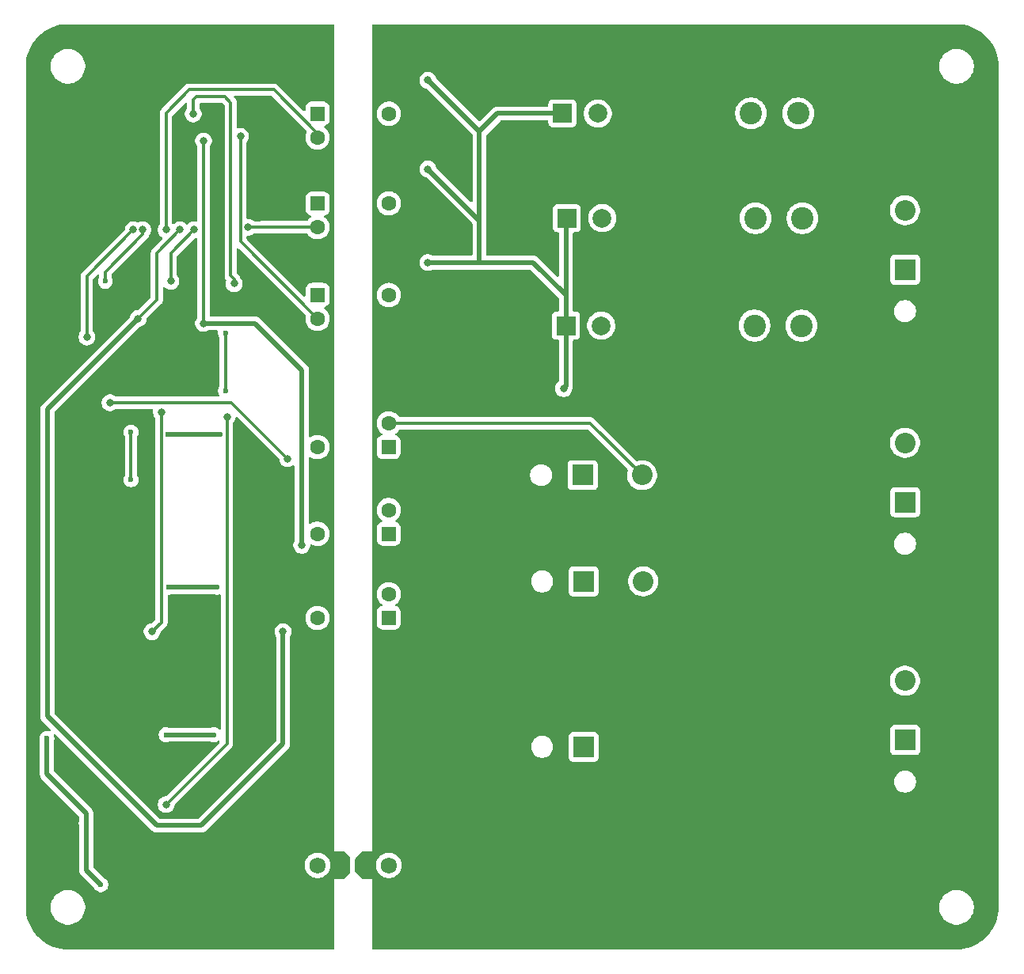
<source format=gbl>
G04 #@! TF.GenerationSoftware,KiCad,Pcbnew,9.0.0*
G04 #@! TF.CreationDate,2025-04-14T20:08:49-05:00*
G04 #@! TF.ProjectId,Fault Latch 2,4661756c-7420-44c6-9174-636820322e6b,rev?*
G04 #@! TF.SameCoordinates,Original*
G04 #@! TF.FileFunction,Copper,L2,Bot*
G04 #@! TF.FilePolarity,Positive*
%FSLAX46Y46*%
G04 Gerber Fmt 4.6, Leading zero omitted, Abs format (unit mm)*
G04 Created by KiCad (PCBNEW 9.0.0) date 2025-04-14 20:08:49*
%MOMM*%
%LPD*%
G01*
G04 APERTURE LIST*
G04 Aperture macros list*
%AMRoundRect*
0 Rectangle with rounded corners*
0 $1 Rounding radius*
0 $2 $3 $4 $5 $6 $7 $8 $9 X,Y pos of 4 corners*
0 Add a 4 corners polygon primitive as box body*
4,1,4,$2,$3,$4,$5,$6,$7,$8,$9,$2,$3,0*
0 Add four circle primitives for the rounded corners*
1,1,$1+$1,$2,$3*
1,1,$1+$1,$4,$5*
1,1,$1+$1,$6,$7*
1,1,$1+$1,$8,$9*
0 Add four rect primitives between the rounded corners*
20,1,$1+$1,$2,$3,$4,$5,0*
20,1,$1+$1,$4,$5,$6,$7,0*
20,1,$1+$1,$6,$7,$8,$9,0*
20,1,$1+$1,$8,$9,$2,$3,0*%
G04 Aperture macros list end*
G04 #@! TA.AperFunction,ComponentPad*
%ADD10RoundRect,0.250000X0.550000X0.550000X-0.550000X0.550000X-0.550000X-0.550000X0.550000X-0.550000X0*%
G04 #@! TD*
G04 #@! TA.AperFunction,ComponentPad*
%ADD11C,1.600000*%
G04 #@! TD*
G04 #@! TA.AperFunction,ComponentPad*
%ADD12C,2.400000*%
G04 #@! TD*
G04 #@! TA.AperFunction,ComponentPad*
%ADD13R,2.000000X2.000000*%
G04 #@! TD*
G04 #@! TA.AperFunction,ComponentPad*
%ADD14C,2.000000*%
G04 #@! TD*
G04 #@! TA.AperFunction,ComponentPad*
%ADD15R,2.210000X2.210000*%
G04 #@! TD*
G04 #@! TA.AperFunction,ComponentPad*
%ADD16C,2.210000*%
G04 #@! TD*
G04 #@! TA.AperFunction,ComponentPad*
%ADD17RoundRect,0.250000X-0.550000X-0.550000X0.550000X-0.550000X0.550000X0.550000X-0.550000X0.550000X0*%
G04 #@! TD*
G04 #@! TA.AperFunction,ComponentPad*
%ADD18C,1.725000*%
G04 #@! TD*
G04 #@! TA.AperFunction,ViaPad*
%ADD19C,0.800000*%
G04 #@! TD*
G04 #@! TA.AperFunction,ViaPad*
%ADD20C,0.600000*%
G04 #@! TD*
G04 #@! TA.AperFunction,Conductor*
%ADD21C,0.500000*%
G04 #@! TD*
G04 #@! TA.AperFunction,Conductor*
%ADD22C,0.300000*%
G04 #@! TD*
G04 APERTURE END LIST*
D10*
X114305000Y-105025000D03*
D11*
X114305000Y-102485000D03*
X106685000Y-102485000D03*
X106685000Y-105025000D03*
D12*
X153032500Y-60047500D03*
X158072500Y-60047500D03*
D13*
X132872500Y-60047500D03*
D14*
X136652500Y-60047500D03*
D15*
X135037500Y-98750000D03*
D16*
X141387500Y-98750000D03*
D15*
X135150000Y-110115000D03*
D16*
X141500000Y-110115000D03*
D17*
X106695000Y-60075000D03*
D11*
X106695000Y-62615000D03*
X114315000Y-62615000D03*
X114315000Y-60075000D03*
D10*
X114305000Y-114025000D03*
D11*
X114305000Y-111485000D03*
X106685000Y-111485000D03*
X106685000Y-114025000D03*
D10*
X114305000Y-95750000D03*
D11*
X114305000Y-93210000D03*
X106685000Y-93210000D03*
X106685000Y-95750000D03*
D12*
X153500000Y-71250000D03*
X158540000Y-71250000D03*
D13*
X133340000Y-71250000D03*
D14*
X137120000Y-71250000D03*
D18*
X114310000Y-140500000D03*
X111770000Y-140500000D03*
X109230000Y-140500000D03*
X106690000Y-140500000D03*
D15*
X135145563Y-127818634D03*
D16*
X141495563Y-127818634D03*
D15*
X169500000Y-101637500D03*
D16*
X169500000Y-95287500D03*
D17*
X106695000Y-79475000D03*
D11*
X106695000Y-82015000D03*
X114315000Y-82015000D03*
X114315000Y-79475000D03*
D15*
X169500000Y-127100000D03*
D16*
X169500000Y-120750000D03*
D12*
X153400000Y-82750000D03*
X158440000Y-82750000D03*
D13*
X133240000Y-82750000D03*
D14*
X137020000Y-82750000D03*
D15*
X169500000Y-76750000D03*
D16*
X169500000Y-70400000D03*
D17*
X106695000Y-69675000D03*
D11*
X106695000Y-72215000D03*
X114315000Y-72215000D03*
X114315000Y-69675000D03*
D19*
X118500000Y-76000000D03*
X133000000Y-89500000D03*
X118500000Y-66000000D03*
X118500000Y-56500000D03*
D20*
X90725000Y-94400000D03*
X83525000Y-142575000D03*
X77750000Y-126925000D03*
X95600000Y-126525000D03*
X95975000Y-110750000D03*
X81950000Y-136000000D03*
X90775000Y-110750000D03*
X96275000Y-94400000D03*
X90500000Y-126525000D03*
D19*
X103000000Y-115500000D03*
X87500000Y-82000000D03*
X92000000Y-72500000D03*
X105000000Y-106250000D03*
X94500000Y-63000000D03*
X94500000Y-82500000D03*
X82035000Y-83965000D03*
X84500000Y-91000000D03*
X103500000Y-97000000D03*
X87000000Y-72500000D03*
X90000000Y-92000000D03*
X89000000Y-115500000D03*
D20*
X96850000Y-83525000D03*
X96850000Y-89700000D03*
D19*
X90500000Y-134000000D03*
X97000000Y-92500000D03*
D20*
X86750000Y-99250000D03*
X86750000Y-94150000D03*
D19*
X88000000Y-72500000D03*
D20*
X84000000Y-78000000D03*
D19*
X93500000Y-72500000D03*
X91000000Y-78000000D03*
X93405000Y-60095000D03*
X97780000Y-78260000D03*
X99275000Y-72225000D03*
X98450000Y-62500000D03*
X90500000Y-72500000D03*
D21*
X118500000Y-56500000D02*
X124000000Y-62000000D01*
X133240000Y-71350000D02*
X133340000Y-71250000D01*
X133240000Y-89260000D02*
X133000000Y-89500000D01*
X118500000Y-66000000D02*
X124000000Y-71500000D01*
X118500000Y-76000000D02*
X124000000Y-76000000D01*
X125952500Y-60047500D02*
X124000000Y-62000000D01*
X124000000Y-62000000D02*
X124000000Y-71500000D01*
X124000000Y-76000000D02*
X129740000Y-76000000D01*
X133240000Y-82750000D02*
X133240000Y-79500000D01*
X132872500Y-60047500D02*
X125952500Y-60047500D01*
X129740000Y-76000000D02*
X133240000Y-79500000D01*
X124000000Y-71500000D02*
X124000000Y-76000000D01*
X133240000Y-82750000D02*
X133240000Y-89260000D01*
X133240000Y-79500000D02*
X133240000Y-71350000D01*
X81950000Y-134950000D02*
X77750000Y-130750000D01*
X81950000Y-141000000D02*
X81950000Y-136000000D01*
X81950000Y-136000000D02*
X81950000Y-134950000D01*
X90775000Y-110750000D02*
X95975000Y-110750000D01*
X77750000Y-126925000D02*
X77750000Y-130750000D01*
X90725000Y-94400000D02*
X96275000Y-94400000D01*
X83525000Y-142575000D02*
X81950000Y-141000000D01*
X90500000Y-126525000D02*
X95600000Y-126525000D01*
D22*
X89500000Y-75000000D02*
X92000000Y-72500000D01*
X89500000Y-80000000D02*
X89500000Y-75000000D01*
X87500000Y-82000000D02*
X89500000Y-80000000D01*
D21*
X94250000Y-136250000D02*
X89500000Y-136250000D01*
X103000000Y-115500000D02*
X103000000Y-127500000D01*
X103000000Y-127500000D02*
X94250000Y-136250000D01*
X77800000Y-91700000D02*
X87500000Y-82000000D01*
X89500000Y-136250000D02*
X77800000Y-124550000D01*
X77800000Y-124550000D02*
X77800000Y-91700000D01*
X105000000Y-106250000D02*
X105000000Y-87500000D01*
X100000000Y-82500000D02*
X94500000Y-82500000D01*
D22*
X94500000Y-63000000D02*
X94500000Y-82500000D01*
D21*
X105000000Y-87500000D02*
X100000000Y-82500000D01*
D22*
X82035000Y-83965000D02*
X82035000Y-77465000D01*
X82035000Y-77465000D02*
X87000000Y-72500000D01*
X84500000Y-91000000D02*
X97500000Y-91000000D01*
X97500000Y-91000000D02*
X103500000Y-97000000D01*
X135847500Y-93210000D02*
X114305000Y-93210000D01*
X141387500Y-98750000D02*
X135847500Y-93210000D01*
X90000000Y-92000000D02*
X90000000Y-114500000D01*
X90000000Y-114500000D02*
X89000000Y-115500000D01*
X97000000Y-93000000D02*
X97000000Y-92500000D01*
X97000000Y-127500000D02*
X97000000Y-93000000D01*
X90500000Y-134000000D02*
X97000000Y-127500000D01*
X96850000Y-83525000D02*
X96850000Y-89700000D01*
X86750000Y-94150000D02*
X86750000Y-99250000D01*
X88000000Y-73000000D02*
X88000000Y-72500000D01*
X84000000Y-78000000D02*
X84000000Y-77000000D01*
X84000000Y-77000000D02*
X88000000Y-73000000D01*
X91000000Y-78000000D02*
X91000000Y-75000000D01*
X91000000Y-75000000D02*
X93500000Y-72500000D01*
X97400000Y-77400000D02*
X97400000Y-58900000D01*
X97780000Y-77780000D02*
X97400000Y-77400000D01*
X93750000Y-58250000D02*
X93405000Y-58595000D01*
X97400000Y-58900000D02*
X96750000Y-58250000D01*
X97780000Y-78260000D02*
X97780000Y-77780000D01*
X96750000Y-58250000D02*
X93750000Y-58250000D01*
X93405000Y-58595000D02*
X93405000Y-60095000D01*
X99275000Y-72225000D02*
X100705000Y-72225000D01*
X100705000Y-72225000D02*
X100715000Y-72215000D01*
X100715000Y-72215000D02*
X106695000Y-72215000D01*
X98450000Y-62500000D02*
X98450000Y-73770000D01*
X98450000Y-73770000D02*
X106695000Y-82015000D01*
X90500000Y-72500000D02*
X90500000Y-60000000D01*
X106695000Y-62195000D02*
X106695000Y-62615000D01*
X90500000Y-60000000D02*
X93000000Y-57500000D01*
X93000000Y-57500000D02*
X102000000Y-57500000D01*
X102000000Y-57500000D02*
X106695000Y-62195000D01*
G04 #@! TA.AperFunction,Conductor*
G36*
X109515677Y-139019685D02*
G01*
X109536319Y-139036319D01*
X110163681Y-139663681D01*
X110197166Y-139725004D01*
X110200000Y-139751362D01*
X110200000Y-141248638D01*
X110180315Y-141315677D01*
X110163681Y-141336319D01*
X109536319Y-141963681D01*
X109474996Y-141997166D01*
X109448638Y-142000000D01*
X108500000Y-142000000D01*
X108500000Y-139000000D01*
X109448638Y-139000000D01*
X109515677Y-139019685D01*
G37*
G04 #@! TD.AperFunction*
G04 #@! TA.AperFunction,Conductor*
G36*
X112500000Y-142000000D02*
G01*
X111551362Y-142000000D01*
X111484323Y-141980315D01*
X111463681Y-141963681D01*
X110736319Y-141236319D01*
X110702834Y-141174996D01*
X110700000Y-141148638D01*
X110700000Y-139851362D01*
X110719685Y-139784323D01*
X110736319Y-139763681D01*
X111463681Y-139036319D01*
X111525004Y-139002834D01*
X111551362Y-139000000D01*
X112500000Y-139000000D01*
X112500000Y-142000000D01*
G37*
G04 #@! TD.AperFunction*
G04 #@! TA.AperFunction,Conductor*
G36*
X108443039Y-50520185D02*
G01*
X108488794Y-50572989D01*
X108500000Y-50624500D01*
X108500000Y-142000000D01*
X108500000Y-149375500D01*
X108480315Y-149442539D01*
X108427511Y-149488294D01*
X108376000Y-149499500D01*
X80002706Y-149499500D01*
X79997297Y-149499382D01*
X79613249Y-149482614D01*
X79602473Y-149481671D01*
X79224042Y-149431849D01*
X79213389Y-149429971D01*
X78840727Y-149347354D01*
X78830278Y-149344554D01*
X78466244Y-149229775D01*
X78456078Y-149226075D01*
X78103427Y-149080002D01*
X78093623Y-149075430D01*
X77755057Y-148899183D01*
X77745689Y-148893775D01*
X77423755Y-148688681D01*
X77414894Y-148682476D01*
X77112069Y-148450110D01*
X77103782Y-148443156D01*
X76822364Y-148185284D01*
X76814715Y-148177635D01*
X76556843Y-147896217D01*
X76549889Y-147887930D01*
X76317523Y-147585105D01*
X76311318Y-147576244D01*
X76106224Y-147254310D01*
X76100816Y-147244942D01*
X75924569Y-146906376D01*
X75919997Y-146896572D01*
X75773920Y-146543911D01*
X75770224Y-146533755D01*
X75655442Y-146169710D01*
X75652648Y-146159284D01*
X75570025Y-145786597D01*
X75568152Y-145775971D01*
X75518326Y-145397506D01*
X75517386Y-145386771D01*
X75500618Y-145002702D01*
X75500500Y-144997293D01*
X75500500Y-144878711D01*
X78149500Y-144878711D01*
X78149500Y-145121288D01*
X78181161Y-145361785D01*
X78243947Y-145596104D01*
X78336773Y-145820205D01*
X78336776Y-145820212D01*
X78458064Y-146030289D01*
X78458066Y-146030292D01*
X78458067Y-146030293D01*
X78605733Y-146222736D01*
X78605739Y-146222743D01*
X78777256Y-146394260D01*
X78777262Y-146394265D01*
X78969711Y-146541936D01*
X79179788Y-146663224D01*
X79403900Y-146756054D01*
X79638211Y-146818838D01*
X79818586Y-146842584D01*
X79878711Y-146850500D01*
X79878712Y-146850500D01*
X80121289Y-146850500D01*
X80169388Y-146844167D01*
X80361789Y-146818838D01*
X80596100Y-146756054D01*
X80820212Y-146663224D01*
X81030289Y-146541936D01*
X81222738Y-146394265D01*
X81394265Y-146222738D01*
X81541936Y-146030289D01*
X81663224Y-145820212D01*
X81756054Y-145596100D01*
X81818838Y-145361789D01*
X81850500Y-145121288D01*
X81850500Y-144878712D01*
X81818838Y-144638211D01*
X81756054Y-144403900D01*
X81663224Y-144179788D01*
X81541936Y-143969711D01*
X81394265Y-143777262D01*
X81394260Y-143777256D01*
X81222743Y-143605739D01*
X81222736Y-143605733D01*
X81030293Y-143458067D01*
X81030292Y-143458066D01*
X81030289Y-143458064D01*
X80834001Y-143344737D01*
X80820214Y-143336777D01*
X80820205Y-143336773D01*
X80596104Y-143243947D01*
X80361785Y-143181161D01*
X80121289Y-143149500D01*
X80121288Y-143149500D01*
X79878712Y-143149500D01*
X79878711Y-143149500D01*
X79638214Y-143181161D01*
X79403895Y-143243947D01*
X79179794Y-143336773D01*
X79179785Y-143336777D01*
X78969706Y-143458067D01*
X78777263Y-143605733D01*
X78777256Y-143605739D01*
X78605739Y-143777256D01*
X78605733Y-143777263D01*
X78458067Y-143969706D01*
X78336777Y-144179785D01*
X78336773Y-144179794D01*
X78243947Y-144403895D01*
X78181161Y-144638214D01*
X78149500Y-144878711D01*
X75500500Y-144878711D01*
X75500500Y-126846153D01*
X76949500Y-126846153D01*
X76949500Y-127003846D01*
X76980261Y-127158489D01*
X76980263Y-127158497D01*
X76990061Y-127182151D01*
X76999500Y-127229604D01*
X76999500Y-130823918D01*
X76999500Y-130823920D01*
X76999499Y-130823920D01*
X77028340Y-130968907D01*
X77028343Y-130968917D01*
X77084914Y-131105492D01*
X77117812Y-131154727D01*
X77117813Y-131154730D01*
X77167046Y-131228414D01*
X77167052Y-131228421D01*
X81163181Y-135224549D01*
X81196666Y-135285872D01*
X81199500Y-135312230D01*
X81199500Y-135695396D01*
X81190062Y-135742844D01*
X81180263Y-135766503D01*
X81180262Y-135766506D01*
X81180260Y-135766511D01*
X81149500Y-135921153D01*
X81149500Y-136078846D01*
X81180261Y-136233489D01*
X81180263Y-136233497D01*
X81190061Y-136257151D01*
X81199500Y-136304604D01*
X81199500Y-141073918D01*
X81199500Y-141073920D01*
X81199499Y-141073920D01*
X81228340Y-141218907D01*
X81228343Y-141218917D01*
X81284913Y-141355490D01*
X81284914Y-141355491D01*
X81284916Y-141355495D01*
X81306591Y-141387933D01*
X81306592Y-141387935D01*
X81367051Y-141478420D01*
X81367052Y-141478421D01*
X82778926Y-142890293D01*
X82805805Y-142930519D01*
X82815603Y-142954172D01*
X82815606Y-142954178D01*
X82815609Y-142954185D01*
X82903210Y-143085288D01*
X82903213Y-143085292D01*
X83014707Y-143196786D01*
X83014711Y-143196789D01*
X83145814Y-143284390D01*
X83145827Y-143284397D01*
X83291498Y-143344735D01*
X83291503Y-143344737D01*
X83446153Y-143375499D01*
X83446156Y-143375500D01*
X83446158Y-143375500D01*
X83603844Y-143375500D01*
X83603845Y-143375499D01*
X83758497Y-143344737D01*
X83904179Y-143284394D01*
X84035289Y-143196789D01*
X84146789Y-143085289D01*
X84234394Y-142954179D01*
X84294737Y-142808497D01*
X84325500Y-142653842D01*
X84325500Y-142496158D01*
X84325500Y-142496155D01*
X84325499Y-142496153D01*
X84294738Y-142341510D01*
X84294737Y-142341503D01*
X84294735Y-142341498D01*
X84234397Y-142195827D01*
X84234390Y-142195814D01*
X84146789Y-142064711D01*
X84146786Y-142064707D01*
X84035292Y-141953213D01*
X84035288Y-141953210D01*
X83904185Y-141865609D01*
X83904180Y-141865607D01*
X83904179Y-141865606D01*
X83880519Y-141855805D01*
X83840293Y-141828926D01*
X82736819Y-140725451D01*
X82722115Y-140698523D01*
X82705523Y-140672705D01*
X82704631Y-140666504D01*
X82703334Y-140664128D01*
X82700500Y-140637770D01*
X82700500Y-140392724D01*
X105327000Y-140392724D01*
X105327000Y-140607275D01*
X105360560Y-140819170D01*
X105426859Y-141023215D01*
X105524258Y-141214368D01*
X105650362Y-141387935D01*
X105802065Y-141539638D01*
X105975632Y-141665742D01*
X106065943Y-141711758D01*
X106166784Y-141763140D01*
X106166786Y-141763140D01*
X106166789Y-141763142D01*
X106276160Y-141798678D01*
X106370829Y-141829439D01*
X106582725Y-141863000D01*
X106582730Y-141863000D01*
X106797275Y-141863000D01*
X107009170Y-141829439D01*
X107010749Y-141828926D01*
X107213211Y-141763142D01*
X107404368Y-141665742D01*
X107577935Y-141539638D01*
X107729638Y-141387935D01*
X107855742Y-141214368D01*
X107953142Y-141023211D01*
X108019439Y-140819170D01*
X108053000Y-140607275D01*
X108053000Y-140392724D01*
X108019439Y-140180829D01*
X107953140Y-139976784D01*
X107855741Y-139785631D01*
X107729638Y-139612065D01*
X107577935Y-139460362D01*
X107404368Y-139334258D01*
X107213215Y-139236859D01*
X107009170Y-139170560D01*
X106797275Y-139137000D01*
X106797270Y-139137000D01*
X106582730Y-139137000D01*
X106582725Y-139137000D01*
X106370829Y-139170560D01*
X106166784Y-139236859D01*
X105975631Y-139334258D01*
X105876605Y-139406205D01*
X105802065Y-139460362D01*
X105802063Y-139460364D01*
X105802062Y-139460364D01*
X105650364Y-139612062D01*
X105650364Y-139612063D01*
X105650362Y-139612065D01*
X105596205Y-139686605D01*
X105524258Y-139785631D01*
X105426859Y-139976784D01*
X105360560Y-140180829D01*
X105327000Y-140392724D01*
X82700500Y-140392724D01*
X82700500Y-136304604D01*
X82709939Y-136257151D01*
X82719737Y-136233497D01*
X82750500Y-136078842D01*
X82750500Y-135921158D01*
X82750500Y-135921155D01*
X82750499Y-135921153D01*
X82719739Y-135766511D01*
X82719738Y-135766508D01*
X82719737Y-135766503D01*
X82709937Y-135742844D01*
X82700500Y-135695396D01*
X82700500Y-134876079D01*
X82671659Y-134731092D01*
X82671658Y-134731091D01*
X82671658Y-134731087D01*
X82615084Y-134594505D01*
X82555464Y-134505277D01*
X82532952Y-134471584D01*
X78536819Y-130475451D01*
X78503334Y-130414128D01*
X78500500Y-130387770D01*
X78500500Y-127229604D01*
X78509939Y-127182151D01*
X78512900Y-127175003D01*
X78519737Y-127158497D01*
X78550500Y-127003842D01*
X78550500Y-126846158D01*
X78550500Y-126846155D01*
X78550499Y-126846153D01*
X78519738Y-126691510D01*
X78519737Y-126691503D01*
X78503457Y-126652201D01*
X78495989Y-126582734D01*
X78527264Y-126520255D01*
X78587353Y-126484602D01*
X78657178Y-126487095D01*
X78705700Y-126517069D01*
X88917049Y-136728416D01*
X89021584Y-136832951D01*
X89021587Y-136832953D01*
X89021588Y-136832954D01*
X89144503Y-136915083D01*
X89144506Y-136915085D01*
X89194665Y-136935861D01*
X89201080Y-136938518D01*
X89281088Y-136971659D01*
X89397241Y-136994763D01*
X89420380Y-136999365D01*
X89426081Y-137000500D01*
X89426082Y-137000500D01*
X94323920Y-137000500D01*
X94421462Y-136981096D01*
X94468913Y-136971658D01*
X94605495Y-136915084D01*
X94654729Y-136882186D01*
X94728416Y-136832952D01*
X103582952Y-127978415D01*
X103625545Y-127914669D01*
X103665084Y-127855495D01*
X103718930Y-127725500D01*
X103721659Y-127718912D01*
X103750500Y-127573917D01*
X103750500Y-127426082D01*
X103750500Y-116035269D01*
X103770185Y-115968230D01*
X103771398Y-115966378D01*
X103798013Y-115926547D01*
X103865894Y-115762666D01*
X103900500Y-115588691D01*
X103900500Y-115411309D01*
X103900500Y-115411306D01*
X103900499Y-115411304D01*
X103865896Y-115237341D01*
X103865893Y-115237332D01*
X103798016Y-115073459D01*
X103798009Y-115073446D01*
X103699464Y-114925965D01*
X103699461Y-114925961D01*
X103574038Y-114800538D01*
X103574034Y-114800535D01*
X103426553Y-114701990D01*
X103426540Y-114701983D01*
X103262667Y-114634106D01*
X103262658Y-114634103D01*
X103088694Y-114599500D01*
X103088691Y-114599500D01*
X102911309Y-114599500D01*
X102911306Y-114599500D01*
X102737341Y-114634103D01*
X102737332Y-114634106D01*
X102573459Y-114701983D01*
X102573446Y-114701990D01*
X102425965Y-114800535D01*
X102425961Y-114800538D01*
X102300538Y-114925961D01*
X102300535Y-114925965D01*
X102201990Y-115073446D01*
X102201983Y-115073459D01*
X102134106Y-115237332D01*
X102134103Y-115237341D01*
X102099500Y-115411304D01*
X102099500Y-115588695D01*
X102134103Y-115762658D01*
X102134106Y-115762667D01*
X102201984Y-115926542D01*
X102201985Y-115926543D01*
X102201987Y-115926547D01*
X102228602Y-115966378D01*
X102249480Y-116033055D01*
X102249500Y-116035269D01*
X102249500Y-127137770D01*
X102229815Y-127204809D01*
X102213181Y-127225451D01*
X93975451Y-135463181D01*
X93914128Y-135496666D01*
X93887770Y-135499500D01*
X89862229Y-135499500D01*
X89795190Y-135479815D01*
X89774548Y-135463181D01*
X78586819Y-124275451D01*
X78553334Y-124214128D01*
X78550500Y-124187770D01*
X78550500Y-94071153D01*
X85949500Y-94071153D01*
X85949500Y-94228846D01*
X85980261Y-94383489D01*
X85980264Y-94383501D01*
X86040602Y-94529172D01*
X86040606Y-94529179D01*
X86078602Y-94586044D01*
X86099480Y-94652721D01*
X86099500Y-94654935D01*
X86099500Y-98745064D01*
X86079815Y-98812103D01*
X86078603Y-98813954D01*
X86040608Y-98870817D01*
X86040602Y-98870828D01*
X85980264Y-99016498D01*
X85980261Y-99016510D01*
X85949500Y-99171153D01*
X85949500Y-99328846D01*
X85980261Y-99483489D01*
X85980264Y-99483501D01*
X86040602Y-99629172D01*
X86040609Y-99629185D01*
X86128210Y-99760288D01*
X86128213Y-99760292D01*
X86239707Y-99871786D01*
X86239711Y-99871789D01*
X86370814Y-99959390D01*
X86370827Y-99959397D01*
X86516498Y-100019735D01*
X86516503Y-100019737D01*
X86671153Y-100050499D01*
X86671156Y-100050500D01*
X86671158Y-100050500D01*
X86828844Y-100050500D01*
X86828845Y-100050499D01*
X86983497Y-100019737D01*
X87129179Y-99959394D01*
X87260289Y-99871789D01*
X87371789Y-99760289D01*
X87459394Y-99629179D01*
X87519737Y-99483497D01*
X87550500Y-99328842D01*
X87550500Y-99171158D01*
X87550500Y-99171155D01*
X87550499Y-99171153D01*
X87519738Y-99016510D01*
X87519737Y-99016503D01*
X87459394Y-98870821D01*
X87421396Y-98813953D01*
X87400520Y-98747276D01*
X87400500Y-98745064D01*
X87400500Y-94654935D01*
X87420185Y-94587896D01*
X87421366Y-94586090D01*
X87459394Y-94529179D01*
X87519737Y-94383497D01*
X87550500Y-94228842D01*
X87550500Y-94071158D01*
X87550500Y-94071155D01*
X87550499Y-94071153D01*
X87519738Y-93916510D01*
X87519737Y-93916503D01*
X87519735Y-93916498D01*
X87459397Y-93770827D01*
X87459390Y-93770814D01*
X87371789Y-93639711D01*
X87371786Y-93639707D01*
X87260292Y-93528213D01*
X87260288Y-93528210D01*
X87129185Y-93440609D01*
X87129172Y-93440602D01*
X86983501Y-93380264D01*
X86983489Y-93380261D01*
X86828845Y-93349500D01*
X86828842Y-93349500D01*
X86671158Y-93349500D01*
X86671155Y-93349500D01*
X86516510Y-93380261D01*
X86516498Y-93380264D01*
X86370827Y-93440602D01*
X86370814Y-93440609D01*
X86239711Y-93528210D01*
X86239707Y-93528213D01*
X86128213Y-93639707D01*
X86128210Y-93639711D01*
X86040609Y-93770814D01*
X86040602Y-93770827D01*
X85980264Y-93916498D01*
X85980261Y-93916510D01*
X85949500Y-94071153D01*
X78550500Y-94071153D01*
X78550500Y-92062228D01*
X78570185Y-91995189D01*
X78586814Y-91974552D01*
X87652190Y-82909175D01*
X87713513Y-82875691D01*
X87715609Y-82875254D01*
X87762666Y-82865894D01*
X87926547Y-82798013D01*
X88074035Y-82699464D01*
X88199464Y-82574035D01*
X88298013Y-82426547D01*
X88365894Y-82262666D01*
X88370932Y-82237341D01*
X88400499Y-82088695D01*
X88400500Y-82088693D01*
X88400500Y-82070807D01*
X88420185Y-82003768D01*
X88436819Y-81983126D01*
X90005273Y-80414672D01*
X90005276Y-80414669D01*
X90076465Y-80308127D01*
X90125501Y-80189744D01*
X90128539Y-80174467D01*
X90128540Y-80174467D01*
X90128540Y-80174464D01*
X90150500Y-80064069D01*
X90150500Y-78723362D01*
X90170185Y-78656323D01*
X90222989Y-78610568D01*
X90292147Y-78600624D01*
X90355703Y-78629649D01*
X90362181Y-78635681D01*
X90425961Y-78699461D01*
X90425965Y-78699464D01*
X90573446Y-78798009D01*
X90573459Y-78798016D01*
X90660426Y-78834038D01*
X90737334Y-78865894D01*
X90737336Y-78865894D01*
X90737341Y-78865896D01*
X90911304Y-78900499D01*
X90911307Y-78900500D01*
X90911309Y-78900500D01*
X91088693Y-78900500D01*
X91088694Y-78900499D01*
X91146682Y-78888964D01*
X91262658Y-78865896D01*
X91262661Y-78865894D01*
X91262666Y-78865894D01*
X91426547Y-78798013D01*
X91574035Y-78699464D01*
X91699464Y-78574035D01*
X91798013Y-78426547D01*
X91865894Y-78262666D01*
X91870366Y-78240187D01*
X91900499Y-78088695D01*
X91900500Y-78088693D01*
X91900500Y-77911306D01*
X91900499Y-77911304D01*
X91865896Y-77737341D01*
X91865893Y-77737332D01*
X91798016Y-77573459D01*
X91798009Y-77573446D01*
X91699464Y-77425965D01*
X91699461Y-77425961D01*
X91686819Y-77413319D01*
X91653334Y-77351996D01*
X91650500Y-77325638D01*
X91650500Y-75320808D01*
X91670185Y-75253769D01*
X91686819Y-75233127D01*
X93483127Y-73436819D01*
X93544450Y-73403334D01*
X93551191Y-73402061D01*
X93560934Y-73400500D01*
X93588691Y-73400500D01*
X93703606Y-73377641D01*
X93705883Y-73377277D01*
X93738331Y-73381411D01*
X93770900Y-73384326D01*
X93772803Y-73385804D01*
X93775193Y-73386109D01*
X93800254Y-73407129D01*
X93826077Y-73427189D01*
X93826878Y-73429459D01*
X93828725Y-73431009D01*
X93838444Y-73462244D01*
X93849322Y-73493078D01*
X93849443Y-73497592D01*
X93849484Y-73497724D01*
X93849449Y-73497847D01*
X93849500Y-73499716D01*
X93849500Y-81825638D01*
X93829815Y-81892677D01*
X93813181Y-81913319D01*
X93800538Y-81925961D01*
X93800535Y-81925965D01*
X93701990Y-82073446D01*
X93701983Y-82073459D01*
X93634106Y-82237332D01*
X93634103Y-82237341D01*
X93599500Y-82411304D01*
X93599500Y-82588695D01*
X93634103Y-82762658D01*
X93634106Y-82762667D01*
X93701983Y-82926540D01*
X93701990Y-82926553D01*
X93800535Y-83074034D01*
X93800538Y-83074038D01*
X93925961Y-83199461D01*
X93925965Y-83199464D01*
X94073446Y-83298009D01*
X94073459Y-83298016D01*
X94196363Y-83348923D01*
X94237334Y-83365894D01*
X94237336Y-83365894D01*
X94237341Y-83365896D01*
X94411304Y-83400499D01*
X94411307Y-83400500D01*
X94411309Y-83400500D01*
X94588693Y-83400500D01*
X94588694Y-83400499D01*
X94646682Y-83388964D01*
X94762658Y-83365896D01*
X94762661Y-83365894D01*
X94762666Y-83365894D01*
X94926547Y-83298013D01*
X94926550Y-83298010D01*
X94926552Y-83298010D01*
X94966378Y-83271399D01*
X95033055Y-83250520D01*
X95035270Y-83250500D01*
X95937324Y-83250500D01*
X96004363Y-83270185D01*
X96050118Y-83322989D01*
X96060062Y-83392147D01*
X96058941Y-83398691D01*
X96049500Y-83446153D01*
X96049500Y-83603846D01*
X96080261Y-83758489D01*
X96080264Y-83758501D01*
X96140602Y-83904172D01*
X96140606Y-83904179D01*
X96178602Y-83961044D01*
X96199480Y-84027721D01*
X96199500Y-84029935D01*
X96199500Y-89195064D01*
X96179815Y-89262103D01*
X96178603Y-89263954D01*
X96140608Y-89320817D01*
X96140602Y-89320828D01*
X96080264Y-89466498D01*
X96080261Y-89466510D01*
X96049500Y-89621153D01*
X96049500Y-89778846D01*
X96080261Y-89933489D01*
X96080264Y-89933501D01*
X96140602Y-90079172D01*
X96140609Y-90079184D01*
X96192343Y-90156609D01*
X96213221Y-90223286D01*
X96194737Y-90290666D01*
X96142758Y-90337357D01*
X96089241Y-90349500D01*
X85174362Y-90349500D01*
X85107323Y-90329815D01*
X85086681Y-90313181D01*
X85074038Y-90300538D01*
X85074034Y-90300535D01*
X84926553Y-90201990D01*
X84926540Y-90201983D01*
X84762667Y-90134106D01*
X84762658Y-90134103D01*
X84588694Y-90099500D01*
X84588691Y-90099500D01*
X84411309Y-90099500D01*
X84411306Y-90099500D01*
X84237341Y-90134103D01*
X84237332Y-90134106D01*
X84073459Y-90201983D01*
X84073446Y-90201990D01*
X83925965Y-90300535D01*
X83925961Y-90300538D01*
X83800538Y-90425961D01*
X83800535Y-90425965D01*
X83701990Y-90573446D01*
X83701983Y-90573459D01*
X83634106Y-90737332D01*
X83634103Y-90737341D01*
X83599500Y-90911304D01*
X83599500Y-91088695D01*
X83634103Y-91262658D01*
X83634106Y-91262667D01*
X83701983Y-91426540D01*
X83701990Y-91426553D01*
X83800535Y-91574034D01*
X83800538Y-91574038D01*
X83925961Y-91699461D01*
X83925965Y-91699464D01*
X84073446Y-91798009D01*
X84073459Y-91798016D01*
X84160158Y-91833927D01*
X84237334Y-91865894D01*
X84237336Y-91865894D01*
X84237341Y-91865896D01*
X84411304Y-91900499D01*
X84411307Y-91900500D01*
X84411309Y-91900500D01*
X84588693Y-91900500D01*
X84588694Y-91900499D01*
X84646682Y-91888964D01*
X84762658Y-91865896D01*
X84762661Y-91865894D01*
X84762666Y-91865894D01*
X84926547Y-91798013D01*
X85074035Y-91699464D01*
X85074038Y-91699461D01*
X85086681Y-91686819D01*
X85148004Y-91653334D01*
X85174362Y-91650500D01*
X89000284Y-91650500D01*
X89067323Y-91670185D01*
X89113078Y-91722989D01*
X89123022Y-91792147D01*
X89121901Y-91798692D01*
X89099500Y-91911306D01*
X89099500Y-92088695D01*
X89134103Y-92262658D01*
X89134106Y-92262667D01*
X89201983Y-92426540D01*
X89201990Y-92426553D01*
X89300534Y-92574033D01*
X89300535Y-92574034D01*
X89300536Y-92574035D01*
X89313180Y-92586679D01*
X89346665Y-92647999D01*
X89349500Y-92674361D01*
X89349500Y-114179192D01*
X89329815Y-114246231D01*
X89313181Y-114266873D01*
X89016873Y-114563181D01*
X88955550Y-114596666D01*
X88929192Y-114599500D01*
X88911306Y-114599500D01*
X88737341Y-114634103D01*
X88737332Y-114634106D01*
X88573459Y-114701983D01*
X88573446Y-114701990D01*
X88425965Y-114800535D01*
X88425961Y-114800538D01*
X88300538Y-114925961D01*
X88300535Y-114925965D01*
X88201990Y-115073446D01*
X88201983Y-115073459D01*
X88134106Y-115237332D01*
X88134103Y-115237341D01*
X88099500Y-115411304D01*
X88099500Y-115588695D01*
X88134103Y-115762658D01*
X88134106Y-115762667D01*
X88201983Y-115926540D01*
X88201990Y-115926553D01*
X88300535Y-116074034D01*
X88300538Y-116074038D01*
X88425961Y-116199461D01*
X88425965Y-116199464D01*
X88573446Y-116298009D01*
X88573459Y-116298016D01*
X88696363Y-116348923D01*
X88737334Y-116365894D01*
X88737336Y-116365894D01*
X88737341Y-116365896D01*
X88911304Y-116400499D01*
X88911307Y-116400500D01*
X88911309Y-116400500D01*
X89088693Y-116400500D01*
X89088694Y-116400499D01*
X89146682Y-116388964D01*
X89262658Y-116365896D01*
X89262661Y-116365894D01*
X89262666Y-116365894D01*
X89426547Y-116298013D01*
X89574035Y-116199464D01*
X89699464Y-116074035D01*
X89798013Y-115926547D01*
X89865894Y-115762666D01*
X89900500Y-115588691D01*
X89900500Y-115570808D01*
X89920185Y-115503769D01*
X89936819Y-115483127D01*
X90505272Y-114914674D01*
X90505277Y-114914669D01*
X90576466Y-114808126D01*
X90618515Y-114706610D01*
X90625501Y-114689744D01*
X90650500Y-114564069D01*
X90650500Y-111674500D01*
X90670185Y-111607461D01*
X90722989Y-111561706D01*
X90774500Y-111550500D01*
X90853844Y-111550500D01*
X90853845Y-111550499D01*
X90970003Y-111527394D01*
X91008488Y-111519739D01*
X91008489Y-111519738D01*
X91008497Y-111519737D01*
X91032155Y-111509937D01*
X91079604Y-111500500D01*
X95670396Y-111500500D01*
X95717844Y-111509937D01*
X95741503Y-111519737D01*
X95741508Y-111519738D01*
X95741511Y-111519739D01*
X95896153Y-111550499D01*
X95896156Y-111550500D01*
X95896158Y-111550500D01*
X96053844Y-111550500D01*
X96201308Y-111521167D01*
X96270900Y-111527394D01*
X96326077Y-111570257D01*
X96349322Y-111636146D01*
X96349500Y-111642784D01*
X96349500Y-125843059D01*
X96329815Y-125910098D01*
X96277011Y-125955853D01*
X96207853Y-125965797D01*
X96144297Y-125936772D01*
X96137819Y-125930740D01*
X96110292Y-125903213D01*
X96110288Y-125903210D01*
X95979185Y-125815609D01*
X95979172Y-125815602D01*
X95833501Y-125755264D01*
X95833489Y-125755261D01*
X95678845Y-125724500D01*
X95678842Y-125724500D01*
X95521158Y-125724500D01*
X95521155Y-125724500D01*
X95366511Y-125755260D01*
X95366506Y-125755262D01*
X95366504Y-125755262D01*
X95366503Y-125755263D01*
X95342844Y-125765062D01*
X95295396Y-125774500D01*
X90804604Y-125774500D01*
X90757155Y-125765062D01*
X90733497Y-125755263D01*
X90733493Y-125755262D01*
X90733488Y-125755260D01*
X90578845Y-125724500D01*
X90578842Y-125724500D01*
X90421158Y-125724500D01*
X90421155Y-125724500D01*
X90266510Y-125755261D01*
X90266498Y-125755264D01*
X90120827Y-125815602D01*
X90120814Y-125815609D01*
X89989711Y-125903210D01*
X89989707Y-125903213D01*
X89878213Y-126014707D01*
X89878210Y-126014711D01*
X89790609Y-126145814D01*
X89790602Y-126145827D01*
X89730264Y-126291498D01*
X89730261Y-126291510D01*
X89699500Y-126446153D01*
X89699500Y-126603846D01*
X89730261Y-126758489D01*
X89730264Y-126758501D01*
X89790602Y-126904172D01*
X89790609Y-126904185D01*
X89878210Y-127035288D01*
X89878213Y-127035292D01*
X89989707Y-127146786D01*
X89989711Y-127146789D01*
X90120814Y-127234390D01*
X90120827Y-127234397D01*
X90220060Y-127275500D01*
X90266503Y-127294737D01*
X90421153Y-127325499D01*
X90421156Y-127325500D01*
X90421158Y-127325500D01*
X90578844Y-127325500D01*
X90578845Y-127325499D01*
X90655152Y-127310320D01*
X90733488Y-127294739D01*
X90733489Y-127294738D01*
X90733497Y-127294737D01*
X90757155Y-127284937D01*
X90804604Y-127275500D01*
X95295396Y-127275500D01*
X95342844Y-127284937D01*
X95366503Y-127294737D01*
X95366508Y-127294738D01*
X95366511Y-127294739D01*
X95521153Y-127325499D01*
X95521156Y-127325500D01*
X95521158Y-127325500D01*
X95678844Y-127325500D01*
X95678845Y-127325499D01*
X95833497Y-127294737D01*
X95979179Y-127234394D01*
X95979184Y-127234390D01*
X95979187Y-127234389D01*
X96036816Y-127195882D01*
X96103493Y-127175003D01*
X96170873Y-127193487D01*
X96217564Y-127245465D01*
X96228741Y-127314435D01*
X96200856Y-127378499D01*
X96193389Y-127386664D01*
X90516873Y-133063181D01*
X90455550Y-133096666D01*
X90429192Y-133099500D01*
X90411306Y-133099500D01*
X90237341Y-133134103D01*
X90237332Y-133134106D01*
X90073459Y-133201983D01*
X90073446Y-133201990D01*
X89925965Y-133300535D01*
X89925961Y-133300538D01*
X89800538Y-133425961D01*
X89800535Y-133425965D01*
X89701990Y-133573446D01*
X89701983Y-133573459D01*
X89634106Y-133737332D01*
X89634103Y-133737341D01*
X89599500Y-133911304D01*
X89599500Y-134088695D01*
X89634103Y-134262658D01*
X89634106Y-134262667D01*
X89701983Y-134426540D01*
X89701990Y-134426553D01*
X89800535Y-134574034D01*
X89800538Y-134574038D01*
X89925961Y-134699461D01*
X89925965Y-134699464D01*
X90073446Y-134798009D01*
X90073459Y-134798016D01*
X90196363Y-134848923D01*
X90237334Y-134865894D01*
X90237336Y-134865894D01*
X90237341Y-134865896D01*
X90411304Y-134900499D01*
X90411307Y-134900500D01*
X90411309Y-134900500D01*
X90588693Y-134900500D01*
X90588694Y-134900499D01*
X90646682Y-134888964D01*
X90762658Y-134865896D01*
X90762661Y-134865894D01*
X90762666Y-134865894D01*
X90926547Y-134798013D01*
X91074035Y-134699464D01*
X91199464Y-134574035D01*
X91298013Y-134426547D01*
X91365894Y-134262666D01*
X91400500Y-134088691D01*
X91400500Y-134070807D01*
X91420185Y-134003768D01*
X91436819Y-133983126D01*
X97505273Y-127914672D01*
X97505276Y-127914669D01*
X97576465Y-127808127D01*
X97625501Y-127689744D01*
X97636511Y-127634394D01*
X97650500Y-127564069D01*
X97650500Y-113922648D01*
X105384500Y-113922648D01*
X105384500Y-114127351D01*
X105416522Y-114329534D01*
X105479781Y-114524223D01*
X105535769Y-114634103D01*
X105570357Y-114701987D01*
X105572715Y-114706613D01*
X105693028Y-114872213D01*
X105837786Y-115016971D01*
X105992749Y-115129556D01*
X106003390Y-115137287D01*
X106119607Y-115196503D01*
X106185776Y-115230218D01*
X106185778Y-115230218D01*
X106185781Y-115230220D01*
X106290137Y-115264127D01*
X106380465Y-115293477D01*
X106481557Y-115309488D01*
X106582648Y-115325500D01*
X106582649Y-115325500D01*
X106787351Y-115325500D01*
X106787352Y-115325500D01*
X106989534Y-115293477D01*
X107184219Y-115230220D01*
X107366610Y-115137287D01*
X107459590Y-115069732D01*
X107532213Y-115016971D01*
X107532215Y-115016968D01*
X107532219Y-115016966D01*
X107676966Y-114872219D01*
X107676968Y-114872215D01*
X107676971Y-114872213D01*
X107729732Y-114799590D01*
X107797287Y-114706610D01*
X107890220Y-114524219D01*
X107953477Y-114329534D01*
X107985500Y-114127352D01*
X107985500Y-113922648D01*
X107953477Y-113720466D01*
X107890220Y-113525781D01*
X107890218Y-113525778D01*
X107890218Y-113525776D01*
X107856503Y-113459607D01*
X107797287Y-113343390D01*
X107789556Y-113332749D01*
X107676971Y-113177786D01*
X107532213Y-113033028D01*
X107366613Y-112912715D01*
X107366612Y-112912714D01*
X107366610Y-112912713D01*
X107309653Y-112883691D01*
X107184223Y-112819781D01*
X106989534Y-112756522D01*
X106814995Y-112728878D01*
X106787352Y-112724500D01*
X106582648Y-112724500D01*
X106558329Y-112728351D01*
X106380465Y-112756522D01*
X106185776Y-112819781D01*
X106003386Y-112912715D01*
X105837786Y-113033028D01*
X105693028Y-113177786D01*
X105572715Y-113343386D01*
X105479781Y-113525776D01*
X105416522Y-113720465D01*
X105384500Y-113922648D01*
X97650500Y-113922648D01*
X97650500Y-93174361D01*
X97670185Y-93107322D01*
X97686816Y-93086682D01*
X97699464Y-93074035D01*
X97798013Y-92926547D01*
X97865894Y-92762666D01*
X97899746Y-92592479D01*
X97932130Y-92530569D01*
X97992846Y-92495995D01*
X98062616Y-92499734D01*
X98109044Y-92528990D01*
X102563181Y-96983127D01*
X102596666Y-97044450D01*
X102599500Y-97070808D01*
X102599500Y-97088695D01*
X102634103Y-97262658D01*
X102634106Y-97262667D01*
X102701983Y-97426540D01*
X102701990Y-97426553D01*
X102800535Y-97574034D01*
X102800538Y-97574038D01*
X102925961Y-97699461D01*
X102925965Y-97699464D01*
X103073446Y-97798009D01*
X103073459Y-97798016D01*
X103112556Y-97814210D01*
X103237334Y-97865894D01*
X103237336Y-97865894D01*
X103237341Y-97865896D01*
X103411304Y-97900499D01*
X103411307Y-97900500D01*
X103411309Y-97900500D01*
X103588693Y-97900500D01*
X103588694Y-97900499D01*
X103646682Y-97888964D01*
X103762658Y-97865896D01*
X103762661Y-97865894D01*
X103762666Y-97865894D01*
X103926547Y-97798013D01*
X104056609Y-97711108D01*
X104123286Y-97690230D01*
X104190666Y-97708714D01*
X104237357Y-97760693D01*
X104249500Y-97814210D01*
X104249500Y-105714729D01*
X104229815Y-105781768D01*
X104228602Y-105783620D01*
X104201988Y-105823449D01*
X104201987Y-105823452D01*
X104134106Y-105987332D01*
X104134103Y-105987341D01*
X104099500Y-106161304D01*
X104099500Y-106338695D01*
X104134103Y-106512658D01*
X104134106Y-106512667D01*
X104201983Y-106676540D01*
X104201990Y-106676553D01*
X104300535Y-106824034D01*
X104300538Y-106824038D01*
X104425961Y-106949461D01*
X104425965Y-106949464D01*
X104573446Y-107048009D01*
X104573459Y-107048016D01*
X104696363Y-107098923D01*
X104737334Y-107115894D01*
X104737336Y-107115894D01*
X104737341Y-107115896D01*
X104911304Y-107150499D01*
X104911307Y-107150500D01*
X104911309Y-107150500D01*
X105088693Y-107150500D01*
X105088694Y-107150499D01*
X105146682Y-107138964D01*
X105262658Y-107115896D01*
X105262661Y-107115894D01*
X105262666Y-107115894D01*
X105426547Y-107048013D01*
X105574035Y-106949464D01*
X105699464Y-106824035D01*
X105798013Y-106676547D01*
X105865894Y-106512666D01*
X105900500Y-106338691D01*
X105900500Y-106287211D01*
X105920185Y-106220172D01*
X105972989Y-106174417D01*
X106042147Y-106164473D01*
X106080793Y-106176726D01*
X106123457Y-106198464D01*
X106185774Y-106230217D01*
X106185777Y-106230217D01*
X106185781Y-106230220D01*
X106320245Y-106273910D01*
X106380465Y-106293477D01*
X106481557Y-106309488D01*
X106582648Y-106325500D01*
X106582649Y-106325500D01*
X106787351Y-106325500D01*
X106787352Y-106325500D01*
X106989534Y-106293477D01*
X107184219Y-106230220D01*
X107366610Y-106137287D01*
X107459590Y-106069732D01*
X107532213Y-106016971D01*
X107532215Y-106016968D01*
X107532219Y-106016966D01*
X107676966Y-105872219D01*
X107676968Y-105872215D01*
X107676971Y-105872213D01*
X107742682Y-105781768D01*
X107797287Y-105706610D01*
X107890220Y-105524219D01*
X107953477Y-105329534D01*
X107985500Y-105127352D01*
X107985500Y-104922648D01*
X107953477Y-104720466D01*
X107890220Y-104525781D01*
X107890218Y-104525778D01*
X107890218Y-104525776D01*
X107856503Y-104459607D01*
X107797287Y-104343390D01*
X107789556Y-104332749D01*
X107676971Y-104177786D01*
X107532213Y-104033028D01*
X107366613Y-103912715D01*
X107366612Y-103912714D01*
X107366610Y-103912713D01*
X107309653Y-103883691D01*
X107184223Y-103819781D01*
X106989534Y-103756522D01*
X106814995Y-103728878D01*
X106787352Y-103724500D01*
X106582648Y-103724500D01*
X106558329Y-103728351D01*
X106380465Y-103756522D01*
X106185776Y-103819781D01*
X106003387Y-103912714D01*
X105947384Y-103953402D01*
X105881577Y-103976881D01*
X105813524Y-103961055D01*
X105764829Y-103910948D01*
X105750500Y-103853083D01*
X105750500Y-96921916D01*
X105770185Y-96854877D01*
X105822989Y-96809122D01*
X105892147Y-96799178D01*
X105947385Y-96821598D01*
X105993191Y-96854877D01*
X106003390Y-96862287D01*
X106119607Y-96921503D01*
X106185776Y-96955218D01*
X106185778Y-96955218D01*
X106185781Y-96955220D01*
X106271670Y-96983127D01*
X106380465Y-97018477D01*
X106481557Y-97034488D01*
X106582648Y-97050500D01*
X106582649Y-97050500D01*
X106787351Y-97050500D01*
X106787352Y-97050500D01*
X106989534Y-97018477D01*
X107184219Y-96955220D01*
X107366610Y-96862287D01*
X107459590Y-96794732D01*
X107532213Y-96741971D01*
X107532215Y-96741968D01*
X107532219Y-96741966D01*
X107676966Y-96597219D01*
X107676968Y-96597215D01*
X107676971Y-96597213D01*
X107746983Y-96500848D01*
X107797287Y-96431610D01*
X107890220Y-96249219D01*
X107953477Y-96054534D01*
X107985500Y-95852352D01*
X107985500Y-95647648D01*
X107953477Y-95445466D01*
X107890220Y-95250781D01*
X107890218Y-95250778D01*
X107890218Y-95250776D01*
X107839124Y-95150500D01*
X107797287Y-95068390D01*
X107789556Y-95057749D01*
X107676971Y-94902786D01*
X107532213Y-94758028D01*
X107366613Y-94637715D01*
X107366612Y-94637714D01*
X107366610Y-94637713D01*
X107268839Y-94587896D01*
X107184223Y-94544781D01*
X106989534Y-94481522D01*
X106814995Y-94453878D01*
X106787352Y-94449500D01*
X106582648Y-94449500D01*
X106558329Y-94453351D01*
X106380465Y-94481522D01*
X106185776Y-94544781D01*
X106003387Y-94637714D01*
X105947384Y-94678402D01*
X105881577Y-94701881D01*
X105813524Y-94686055D01*
X105764829Y-94635948D01*
X105750500Y-94578083D01*
X105750500Y-87426079D01*
X105721659Y-87281092D01*
X105721658Y-87281091D01*
X105721658Y-87281087D01*
X105665084Y-87144505D01*
X105632186Y-87095270D01*
X105632185Y-87095268D01*
X105582956Y-87021589D01*
X105582952Y-87021584D01*
X100478421Y-81917052D01*
X100478414Y-81917046D01*
X100404729Y-81867812D01*
X100404729Y-81867813D01*
X100355491Y-81834913D01*
X100218917Y-81778343D01*
X100218907Y-81778340D01*
X100073920Y-81749500D01*
X100073918Y-81749500D01*
X95274500Y-81749500D01*
X95207461Y-81729815D01*
X95161706Y-81677011D01*
X95150500Y-81625500D01*
X95150500Y-63674361D01*
X95170185Y-63607322D01*
X95186816Y-63586682D01*
X95199464Y-63574035D01*
X95298013Y-63426547D01*
X95365894Y-63262666D01*
X95400500Y-63088691D01*
X95400500Y-62911309D01*
X95400500Y-62911306D01*
X95400499Y-62911304D01*
X95365896Y-62737341D01*
X95365893Y-62737332D01*
X95298016Y-62573459D01*
X95298009Y-62573446D01*
X95199464Y-62425965D01*
X95199461Y-62425961D01*
X95074038Y-62300538D01*
X95074034Y-62300535D01*
X94926553Y-62201990D01*
X94926540Y-62201983D01*
X94762667Y-62134106D01*
X94762658Y-62134103D01*
X94588694Y-62099500D01*
X94588691Y-62099500D01*
X94411309Y-62099500D01*
X94411306Y-62099500D01*
X94237341Y-62134103D01*
X94237332Y-62134106D01*
X94073459Y-62201983D01*
X94073446Y-62201990D01*
X93925965Y-62300535D01*
X93925961Y-62300538D01*
X93800538Y-62425961D01*
X93800535Y-62425965D01*
X93701990Y-62573446D01*
X93701983Y-62573459D01*
X93634106Y-62737332D01*
X93634103Y-62737341D01*
X93599500Y-62911304D01*
X93599500Y-63088695D01*
X93634103Y-63262658D01*
X93634106Y-63262667D01*
X93701983Y-63426540D01*
X93701990Y-63426553D01*
X93800534Y-63574033D01*
X93800535Y-63574034D01*
X93800536Y-63574035D01*
X93813180Y-63586679D01*
X93846665Y-63647999D01*
X93849500Y-63674361D01*
X93849500Y-71500283D01*
X93829815Y-71567322D01*
X93777011Y-71613077D01*
X93707853Y-71623021D01*
X93701309Y-71621900D01*
X93588695Y-71599500D01*
X93588691Y-71599500D01*
X93411309Y-71599500D01*
X93411306Y-71599500D01*
X93237341Y-71634103D01*
X93237332Y-71634106D01*
X93073459Y-71701983D01*
X93073446Y-71701990D01*
X92925965Y-71800535D01*
X92925961Y-71800538D01*
X92837681Y-71888819D01*
X92776358Y-71922304D01*
X92706666Y-71917320D01*
X92662319Y-71888819D01*
X92574038Y-71800538D01*
X92574034Y-71800535D01*
X92426553Y-71701990D01*
X92426540Y-71701983D01*
X92262667Y-71634106D01*
X92262658Y-71634103D01*
X92088694Y-71599500D01*
X92088691Y-71599500D01*
X91911309Y-71599500D01*
X91911306Y-71599500D01*
X91737341Y-71634103D01*
X91737332Y-71634106D01*
X91573459Y-71701983D01*
X91573446Y-71701990D01*
X91425965Y-71800535D01*
X91425961Y-71800538D01*
X91362181Y-71864319D01*
X91300858Y-71897804D01*
X91231166Y-71892820D01*
X91175233Y-71850948D01*
X91150816Y-71785484D01*
X91150500Y-71776638D01*
X91150500Y-60320808D01*
X91170185Y-60253769D01*
X91186819Y-60233127D01*
X92542819Y-58877127D01*
X92604142Y-58843642D01*
X92673834Y-58848626D01*
X92729767Y-58890498D01*
X92754184Y-58955962D01*
X92754500Y-58964808D01*
X92754500Y-59420638D01*
X92734815Y-59487677D01*
X92718181Y-59508319D01*
X92705538Y-59520961D01*
X92705535Y-59520965D01*
X92606990Y-59668446D01*
X92606983Y-59668459D01*
X92539106Y-59832332D01*
X92539103Y-59832341D01*
X92504500Y-60006304D01*
X92504500Y-60183695D01*
X92539103Y-60357658D01*
X92539106Y-60357667D01*
X92606983Y-60521540D01*
X92606990Y-60521553D01*
X92705535Y-60669034D01*
X92705538Y-60669038D01*
X92830961Y-60794461D01*
X92830965Y-60794464D01*
X92978446Y-60893009D01*
X92978459Y-60893016D01*
X93101363Y-60943923D01*
X93142334Y-60960894D01*
X93142336Y-60960894D01*
X93142341Y-60960896D01*
X93316304Y-60995499D01*
X93316307Y-60995500D01*
X93316309Y-60995500D01*
X93493693Y-60995500D01*
X93493694Y-60995499D01*
X93551682Y-60983964D01*
X93667658Y-60960896D01*
X93667661Y-60960894D01*
X93667666Y-60960894D01*
X93831547Y-60893013D01*
X93979035Y-60794464D01*
X94104464Y-60669035D01*
X94203013Y-60521547D01*
X94270894Y-60357666D01*
X94305500Y-60183691D01*
X94305500Y-60006309D01*
X94305500Y-60006306D01*
X94305499Y-60006304D01*
X94270896Y-59832341D01*
X94270893Y-59832332D01*
X94203016Y-59668459D01*
X94203009Y-59668446D01*
X94104464Y-59520965D01*
X94104461Y-59520961D01*
X94091819Y-59508319D01*
X94058334Y-59446996D01*
X94055500Y-59420638D01*
X94055500Y-59024500D01*
X94075185Y-58957461D01*
X94127989Y-58911706D01*
X94179500Y-58900500D01*
X96429192Y-58900500D01*
X96496231Y-58920185D01*
X96516873Y-58936819D01*
X96713181Y-59133127D01*
X96746666Y-59194450D01*
X96749500Y-59220808D01*
X96749500Y-77464070D01*
X96756106Y-77497276D01*
X96771257Y-77573446D01*
X96771857Y-77576459D01*
X96771857Y-77576468D01*
X96771859Y-77576468D01*
X96774499Y-77589745D01*
X96823533Y-77708125D01*
X96894726Y-77814673D01*
X96903342Y-77823289D01*
X96936827Y-77884612D01*
X96931843Y-77954304D01*
X96930223Y-77958420D01*
X96914107Y-77997328D01*
X96914104Y-77997336D01*
X96879500Y-78171304D01*
X96879500Y-78348695D01*
X96914103Y-78522658D01*
X96914106Y-78522667D01*
X96981983Y-78686540D01*
X96981990Y-78686553D01*
X97080535Y-78834034D01*
X97080538Y-78834038D01*
X97205961Y-78959461D01*
X97205965Y-78959464D01*
X97353446Y-79058009D01*
X97353459Y-79058016D01*
X97476363Y-79108923D01*
X97517334Y-79125894D01*
X97517336Y-79125894D01*
X97517341Y-79125896D01*
X97691304Y-79160499D01*
X97691307Y-79160500D01*
X97691309Y-79160500D01*
X97868693Y-79160500D01*
X97868694Y-79160499D01*
X97926682Y-79148964D01*
X98042658Y-79125896D01*
X98042661Y-79125894D01*
X98042666Y-79125894D01*
X98206547Y-79058013D01*
X98354035Y-78959464D01*
X98479464Y-78834035D01*
X98578013Y-78686547D01*
X98645894Y-78522666D01*
X98648356Y-78510292D01*
X98674434Y-78379185D01*
X98680500Y-78348691D01*
X98680500Y-78171309D01*
X98680500Y-78171306D01*
X98680499Y-78171304D01*
X98645896Y-77997341D01*
X98645893Y-77997332D01*
X98645891Y-77997328D01*
X98610262Y-77911309D01*
X98578016Y-77833459D01*
X98578009Y-77833446D01*
X98479464Y-77685965D01*
X98479461Y-77685961D01*
X98436933Y-77643434D01*
X98408314Y-77595684D01*
X98407832Y-77595884D01*
X98406485Y-77592633D01*
X98405950Y-77591740D01*
X98405503Y-77590268D01*
X98405501Y-77590256D01*
X98380542Y-77529999D01*
X98356468Y-77471879D01*
X98356461Y-77471866D01*
X98285277Y-77365332D01*
X98240753Y-77320808D01*
X98194669Y-77274724D01*
X98086818Y-77166872D01*
X98053334Y-77105549D01*
X98050500Y-77079191D01*
X98050500Y-74589808D01*
X98070185Y-74522769D01*
X98122989Y-74477014D01*
X98192147Y-74467070D01*
X98255703Y-74496095D01*
X98262181Y-74502127D01*
X105387862Y-81627808D01*
X105421347Y-81689131D01*
X105422654Y-81734886D01*
X105394500Y-81912647D01*
X105394500Y-82117351D01*
X105426522Y-82319534D01*
X105489781Y-82514223D01*
X105582715Y-82696613D01*
X105703028Y-82862213D01*
X105847786Y-83006971D01*
X105940094Y-83074035D01*
X106013390Y-83127287D01*
X106129607Y-83186503D01*
X106195776Y-83220218D01*
X106195778Y-83220218D01*
X106195781Y-83220220D01*
X106288973Y-83250500D01*
X106390465Y-83283477D01*
X106441139Y-83291503D01*
X106592648Y-83315500D01*
X106592649Y-83315500D01*
X106797351Y-83315500D01*
X106797352Y-83315500D01*
X106999534Y-83283477D01*
X107194219Y-83220220D01*
X107376610Y-83127287D01*
X107469590Y-83059732D01*
X107542213Y-83006971D01*
X107542215Y-83006968D01*
X107542219Y-83006966D01*
X107686966Y-82862219D01*
X107686968Y-82862215D01*
X107686971Y-82862213D01*
X107759295Y-82762666D01*
X107807287Y-82696610D01*
X107900220Y-82514219D01*
X107963477Y-82319534D01*
X107995500Y-82117352D01*
X107995500Y-81912648D01*
X107974227Y-81778340D01*
X107963477Y-81710465D01*
X107900218Y-81515776D01*
X107854454Y-81425961D01*
X107807287Y-81333390D01*
X107783419Y-81300538D01*
X107686971Y-81167786D01*
X107542219Y-81023034D01*
X107448547Y-80954978D01*
X107405882Y-80899649D01*
X107399903Y-80830036D01*
X107432508Y-80768240D01*
X107482426Y-80736955D01*
X107564334Y-80709814D01*
X107713656Y-80617712D01*
X107837712Y-80493656D01*
X107929814Y-80344334D01*
X107984999Y-80177797D01*
X107995500Y-80075009D01*
X107995499Y-78874992D01*
X107984999Y-78772203D01*
X107929814Y-78605666D01*
X107837712Y-78456344D01*
X107713656Y-78332288D01*
X107564334Y-78240186D01*
X107397797Y-78185001D01*
X107397795Y-78185000D01*
X107295010Y-78174500D01*
X106094998Y-78174500D01*
X106094981Y-78174501D01*
X105992203Y-78185000D01*
X105992200Y-78185001D01*
X105825668Y-78240185D01*
X105825663Y-78240187D01*
X105676342Y-78332289D01*
X105552289Y-78456342D01*
X105460187Y-78605663D01*
X105460185Y-78605668D01*
X105454844Y-78621786D01*
X105405001Y-78772203D01*
X105405001Y-78772204D01*
X105405000Y-78772204D01*
X105394500Y-78874983D01*
X105394500Y-79495192D01*
X105374815Y-79562231D01*
X105322011Y-79607986D01*
X105252853Y-79617930D01*
X105189297Y-79588905D01*
X105182819Y-79582873D01*
X99136819Y-73536873D01*
X99122115Y-73509945D01*
X99105523Y-73484127D01*
X99104631Y-73477926D01*
X99103334Y-73475550D01*
X99100500Y-73449192D01*
X99100500Y-73249500D01*
X99120185Y-73182461D01*
X99172989Y-73136706D01*
X99224500Y-73125500D01*
X99363693Y-73125500D01*
X99363694Y-73125499D01*
X99436421Y-73111033D01*
X99537658Y-73090896D01*
X99537661Y-73090894D01*
X99537666Y-73090894D01*
X99701547Y-73023013D01*
X99849035Y-72924464D01*
X99849038Y-72924461D01*
X99861681Y-72911819D01*
X99923004Y-72878334D01*
X99949362Y-72875500D01*
X100769070Y-72875500D01*
X100807361Y-72867883D01*
X100831554Y-72865500D01*
X105496929Y-72865500D01*
X105563968Y-72885185D01*
X105597245Y-72916613D01*
X105674552Y-73023016D01*
X105703034Y-73062219D01*
X105847786Y-73206971D01*
X106002749Y-73319556D01*
X106013390Y-73327287D01*
X106129607Y-73386503D01*
X106195776Y-73420218D01*
X106195778Y-73420218D01*
X106195781Y-73420220D01*
X106284948Y-73449192D01*
X106390465Y-73483477D01*
X106481193Y-73497847D01*
X106592648Y-73515500D01*
X106592649Y-73515500D01*
X106797351Y-73515500D01*
X106797352Y-73515500D01*
X106999534Y-73483477D01*
X107194219Y-73420220D01*
X107376610Y-73327287D01*
X107469590Y-73259732D01*
X107542213Y-73206971D01*
X107542215Y-73206968D01*
X107542219Y-73206966D01*
X107686966Y-73062219D01*
X107686968Y-73062215D01*
X107686971Y-73062213D01*
X107785532Y-72926553D01*
X107807287Y-72896610D01*
X107900220Y-72714219D01*
X107963477Y-72519534D01*
X107995500Y-72317352D01*
X107995500Y-72112648D01*
X107963477Y-71910466D01*
X107957743Y-71892820D01*
X107922868Y-71785484D01*
X107900220Y-71715781D01*
X107900218Y-71715778D01*
X107900218Y-71715776D01*
X107852385Y-71621900D01*
X107807287Y-71533390D01*
X107729984Y-71426990D01*
X107686971Y-71367786D01*
X107542219Y-71223034D01*
X107511203Y-71200500D01*
X107448547Y-71154978D01*
X107405882Y-71099649D01*
X107399903Y-71030036D01*
X107432508Y-70968240D01*
X107482426Y-70936955D01*
X107564334Y-70909814D01*
X107713656Y-70817712D01*
X107837712Y-70693656D01*
X107929814Y-70544334D01*
X107984999Y-70377797D01*
X107995500Y-70275009D01*
X107995499Y-69074992D01*
X107984999Y-68972203D01*
X107929814Y-68805666D01*
X107837712Y-68656344D01*
X107713656Y-68532288D01*
X107564334Y-68440186D01*
X107397797Y-68385001D01*
X107397795Y-68385000D01*
X107295010Y-68374500D01*
X106094998Y-68374500D01*
X106094981Y-68374501D01*
X105992203Y-68385000D01*
X105992200Y-68385001D01*
X105825668Y-68440185D01*
X105825663Y-68440187D01*
X105676342Y-68532289D01*
X105552289Y-68656342D01*
X105460187Y-68805663D01*
X105460186Y-68805666D01*
X105405001Y-68972203D01*
X105405001Y-68972204D01*
X105405000Y-68972204D01*
X105394500Y-69074983D01*
X105394500Y-70275001D01*
X105394501Y-70275018D01*
X105405000Y-70377796D01*
X105405001Y-70377799D01*
X105460185Y-70544331D01*
X105460186Y-70544334D01*
X105552288Y-70693656D01*
X105676344Y-70817712D01*
X105825666Y-70909814D01*
X105907570Y-70936954D01*
X105965015Y-70976727D01*
X105991838Y-71041243D01*
X105979523Y-71110018D01*
X105941451Y-71154978D01*
X105847787Y-71223028D01*
X105847782Y-71223032D01*
X105703034Y-71367780D01*
X105660019Y-71426987D01*
X105597246Y-71513386D01*
X105541918Y-71556051D01*
X105496929Y-71564500D01*
X100650930Y-71564500D01*
X100612639Y-71572117D01*
X100588446Y-71574500D01*
X99949362Y-71574500D01*
X99882323Y-71554815D01*
X99861681Y-71538181D01*
X99849038Y-71525538D01*
X99849034Y-71525535D01*
X99701553Y-71426990D01*
X99701540Y-71426983D01*
X99537667Y-71359106D01*
X99537658Y-71359103D01*
X99363694Y-71324500D01*
X99363691Y-71324500D01*
X99224500Y-71324500D01*
X99157461Y-71304815D01*
X99111706Y-71252011D01*
X99100500Y-71200500D01*
X99100500Y-63174361D01*
X99120185Y-63107322D01*
X99136816Y-63086682D01*
X99149464Y-63074035D01*
X99248013Y-62926547D01*
X99315894Y-62762666D01*
X99320932Y-62737341D01*
X99350499Y-62588695D01*
X99350500Y-62588693D01*
X99350500Y-62411306D01*
X99350499Y-62411304D01*
X99315896Y-62237341D01*
X99315893Y-62237332D01*
X99248016Y-62073459D01*
X99248009Y-62073446D01*
X99149464Y-61925965D01*
X99149461Y-61925961D01*
X99024038Y-61800538D01*
X99024034Y-61800535D01*
X98876553Y-61701990D01*
X98876540Y-61701983D01*
X98712667Y-61634106D01*
X98712658Y-61634103D01*
X98538694Y-61599500D01*
X98538691Y-61599500D01*
X98361309Y-61599500D01*
X98361304Y-61599500D01*
X98198691Y-61631846D01*
X98129100Y-61625619D01*
X98073922Y-61582756D01*
X98050678Y-61516866D01*
X98050500Y-61510229D01*
X98050500Y-58835928D01*
X98025502Y-58710261D01*
X98025501Y-58710260D01*
X98025501Y-58710256D01*
X97976465Y-58591873D01*
X97935745Y-58530931D01*
X97935743Y-58530928D01*
X97905279Y-58485333D01*
X97782127Y-58362181D01*
X97748642Y-58300858D01*
X97753626Y-58231166D01*
X97795498Y-58175233D01*
X97860962Y-58150816D01*
X97869808Y-58150500D01*
X101679192Y-58150500D01*
X101746231Y-58170185D01*
X101766873Y-58186819D01*
X105495627Y-61915573D01*
X105529112Y-61976896D01*
X105524128Y-62046588D01*
X105518432Y-62059547D01*
X105489778Y-62115784D01*
X105426523Y-62310461D01*
X105426523Y-62310464D01*
X105394500Y-62512648D01*
X105394500Y-62717351D01*
X105426522Y-62919534D01*
X105489781Y-63114223D01*
X105582715Y-63296613D01*
X105703028Y-63462213D01*
X105847786Y-63606971D01*
X106002749Y-63719556D01*
X106013390Y-63727287D01*
X106129607Y-63786503D01*
X106195776Y-63820218D01*
X106195778Y-63820218D01*
X106195781Y-63820220D01*
X106300137Y-63854127D01*
X106390465Y-63883477D01*
X106491557Y-63899488D01*
X106592648Y-63915500D01*
X106592649Y-63915500D01*
X106797351Y-63915500D01*
X106797352Y-63915500D01*
X106999534Y-63883477D01*
X107194219Y-63820220D01*
X107376610Y-63727287D01*
X107469590Y-63659732D01*
X107542213Y-63606971D01*
X107542215Y-63606968D01*
X107542219Y-63606966D01*
X107686966Y-63462219D01*
X107686968Y-63462215D01*
X107686971Y-63462213D01*
X107739732Y-63389590D01*
X107807287Y-63296610D01*
X107900220Y-63114219D01*
X107963477Y-62919534D01*
X107995500Y-62717352D01*
X107995500Y-62512648D01*
X107979449Y-62411306D01*
X107963477Y-62310465D01*
X107900218Y-62115776D01*
X107864964Y-62046588D01*
X107807287Y-61933390D01*
X107794342Y-61915573D01*
X107686971Y-61767786D01*
X107542219Y-61623034D01*
X107509827Y-61599500D01*
X107448547Y-61554978D01*
X107405882Y-61499649D01*
X107399903Y-61430036D01*
X107432508Y-61368240D01*
X107482426Y-61336955D01*
X107564334Y-61309814D01*
X107713656Y-61217712D01*
X107837712Y-61093656D01*
X107929814Y-60944334D01*
X107984999Y-60777797D01*
X107995500Y-60675009D01*
X107995499Y-59474992D01*
X107995193Y-59472001D01*
X107984999Y-59372203D01*
X107984998Y-59372200D01*
X107929814Y-59205666D01*
X107837712Y-59056344D01*
X107713656Y-58932288D01*
X107620888Y-58875069D01*
X107564336Y-58840187D01*
X107564331Y-58840185D01*
X107551484Y-58835928D01*
X107397797Y-58785001D01*
X107397795Y-58785000D01*
X107295010Y-58774500D01*
X106094998Y-58774500D01*
X106094981Y-58774501D01*
X105992203Y-58785000D01*
X105992200Y-58785001D01*
X105825668Y-58840185D01*
X105825663Y-58840187D01*
X105676342Y-58932289D01*
X105552289Y-59056342D01*
X105460187Y-59205663D01*
X105460186Y-59205666D01*
X105405001Y-59372203D01*
X105405001Y-59372204D01*
X105405000Y-59372204D01*
X105394500Y-59474983D01*
X105394500Y-59675191D01*
X105374815Y-59742230D01*
X105322011Y-59787985D01*
X105252853Y-59797929D01*
X105189297Y-59768904D01*
X105182819Y-59762872D01*
X102414673Y-56994726D01*
X102414669Y-56994723D01*
X102308127Y-56923535D01*
X102189744Y-56874499D01*
X102189738Y-56874497D01*
X102064071Y-56849500D01*
X102064069Y-56849500D01*
X92935931Y-56849500D01*
X92935929Y-56849500D01*
X92810261Y-56874497D01*
X92810255Y-56874499D01*
X92691874Y-56923534D01*
X92585326Y-56994726D01*
X89994724Y-59585328D01*
X89952546Y-59648452D01*
X89952547Y-59648453D01*
X89923534Y-59691874D01*
X89874499Y-59810255D01*
X89874497Y-59810261D01*
X89849500Y-59935928D01*
X89849500Y-71825638D01*
X89829815Y-71892677D01*
X89813181Y-71913319D01*
X89800538Y-71925961D01*
X89800535Y-71925965D01*
X89701990Y-72073446D01*
X89701983Y-72073459D01*
X89634106Y-72237332D01*
X89634103Y-72237341D01*
X89599500Y-72411304D01*
X89599500Y-72588695D01*
X89634103Y-72762658D01*
X89634106Y-72762667D01*
X89701983Y-72926540D01*
X89701990Y-72926553D01*
X89800535Y-73074034D01*
X89800538Y-73074038D01*
X89925961Y-73199461D01*
X89925965Y-73199464D01*
X90072861Y-73297618D01*
X90117666Y-73351230D01*
X90126373Y-73420555D01*
X90096218Y-73483583D01*
X90091651Y-73488401D01*
X88994726Y-74585326D01*
X88923534Y-74691874D01*
X88874499Y-74810255D01*
X88874497Y-74810261D01*
X88849500Y-74935928D01*
X88849500Y-79679192D01*
X88829815Y-79746231D01*
X88813181Y-79766873D01*
X87516873Y-81063181D01*
X87455550Y-81096666D01*
X87429192Y-81099500D01*
X87411306Y-81099500D01*
X87237341Y-81134103D01*
X87237332Y-81134106D01*
X87073459Y-81201983D01*
X87073446Y-81201990D01*
X86925965Y-81300535D01*
X86925961Y-81300538D01*
X86800538Y-81425961D01*
X86800535Y-81425965D01*
X86701990Y-81573446D01*
X86701983Y-81573459D01*
X86634106Y-81737331D01*
X86634104Y-81737337D01*
X86624759Y-81784320D01*
X86592373Y-81846230D01*
X86590823Y-81847808D01*
X77217049Y-91221582D01*
X77189598Y-91262667D01*
X77189597Y-91262668D01*
X77134919Y-91344498D01*
X77134912Y-91344511D01*
X77078343Y-91481082D01*
X77078340Y-91481092D01*
X77049500Y-91626079D01*
X77049500Y-91626082D01*
X77049500Y-124623918D01*
X77049500Y-124623920D01*
X77049499Y-124623920D01*
X77078340Y-124768907D01*
X77078343Y-124768917D01*
X77134914Y-124905492D01*
X77167812Y-124954727D01*
X77167813Y-124954730D01*
X77217046Y-125028414D01*
X77217052Y-125028421D01*
X78157930Y-125969299D01*
X78191415Y-126030622D01*
X78186431Y-126100314D01*
X78144559Y-126156247D01*
X78079095Y-126180664D01*
X78022797Y-126171541D01*
X77983501Y-126155264D01*
X77983489Y-126155261D01*
X77828845Y-126124500D01*
X77828842Y-126124500D01*
X77671158Y-126124500D01*
X77671155Y-126124500D01*
X77516510Y-126155261D01*
X77516498Y-126155264D01*
X77370827Y-126215602D01*
X77370814Y-126215609D01*
X77239711Y-126303210D01*
X77239707Y-126303213D01*
X77128213Y-126414707D01*
X77128210Y-126414711D01*
X77040609Y-126545814D01*
X77040602Y-126545827D01*
X76980264Y-126691498D01*
X76980261Y-126691510D01*
X76949500Y-126846153D01*
X75500500Y-126846153D01*
X75500500Y-83876304D01*
X81134500Y-83876304D01*
X81134500Y-84053695D01*
X81169103Y-84227658D01*
X81169106Y-84227667D01*
X81236983Y-84391540D01*
X81236990Y-84391553D01*
X81335535Y-84539034D01*
X81335538Y-84539038D01*
X81460961Y-84664461D01*
X81460965Y-84664464D01*
X81608446Y-84763009D01*
X81608459Y-84763016D01*
X81731363Y-84813923D01*
X81772334Y-84830894D01*
X81772336Y-84830894D01*
X81772341Y-84830896D01*
X81946304Y-84865499D01*
X81946307Y-84865500D01*
X81946309Y-84865500D01*
X82123693Y-84865500D01*
X82123694Y-84865499D01*
X82181682Y-84853964D01*
X82297658Y-84830896D01*
X82297661Y-84830894D01*
X82297666Y-84830894D01*
X82461547Y-84763013D01*
X82609035Y-84664464D01*
X82734464Y-84539035D01*
X82833013Y-84391547D01*
X82900894Y-84227666D01*
X82935500Y-84053691D01*
X82935500Y-83876309D01*
X82935500Y-83876306D01*
X82935499Y-83876304D01*
X82900896Y-83702341D01*
X82900893Y-83702332D01*
X82833016Y-83538459D01*
X82833009Y-83538446D01*
X82734464Y-83390965D01*
X82734461Y-83390961D01*
X82721819Y-83378319D01*
X82688334Y-83316996D01*
X82685500Y-83290638D01*
X82685500Y-77785808D01*
X82705185Y-77718769D01*
X82721819Y-77698127D01*
X83137819Y-77282127D01*
X83157255Y-77271514D01*
X83173989Y-77257014D01*
X83187320Y-77255097D01*
X83199142Y-77248642D01*
X83221228Y-77250221D01*
X83243147Y-77247070D01*
X83255398Y-77252665D01*
X83268834Y-77253626D01*
X83286560Y-77266896D01*
X83306703Y-77276095D01*
X83313985Y-77287426D01*
X83324767Y-77295498D01*
X83332504Y-77316243D01*
X83344477Y-77334873D01*
X83347628Y-77356791D01*
X83349184Y-77360962D01*
X83349500Y-77369808D01*
X83349500Y-77495064D01*
X83329815Y-77562103D01*
X83328603Y-77563954D01*
X83290608Y-77620817D01*
X83290602Y-77620828D01*
X83230264Y-77766498D01*
X83230261Y-77766510D01*
X83199500Y-77921153D01*
X83199500Y-78078846D01*
X83230261Y-78233489D01*
X83230264Y-78233501D01*
X83290602Y-78379172D01*
X83290609Y-78379185D01*
X83378210Y-78510288D01*
X83378213Y-78510292D01*
X83489707Y-78621786D01*
X83489711Y-78621789D01*
X83620814Y-78709390D01*
X83620827Y-78709397D01*
X83766498Y-78769735D01*
X83766503Y-78769737D01*
X83908635Y-78798009D01*
X83921153Y-78800499D01*
X83921156Y-78800500D01*
X83921158Y-78800500D01*
X84078844Y-78800500D01*
X84078845Y-78800499D01*
X84233497Y-78769737D01*
X84379179Y-78709394D01*
X84510289Y-78621789D01*
X84621789Y-78510289D01*
X84709394Y-78379179D01*
X84769737Y-78233497D01*
X84800500Y-78078842D01*
X84800500Y-77921158D01*
X84800500Y-77921155D01*
X84800499Y-77921153D01*
X84783053Y-77833446D01*
X84769737Y-77766503D01*
X84741415Y-77698127D01*
X84709397Y-77620828D01*
X84709396Y-77620827D01*
X84709394Y-77620821D01*
X84671396Y-77563953D01*
X84665746Y-77545907D01*
X84655523Y-77529999D01*
X84651071Y-77499036D01*
X84650520Y-77497276D01*
X84650500Y-77495064D01*
X84650500Y-77320808D01*
X84670185Y-77253769D01*
X84686819Y-77233127D01*
X88505271Y-73414675D01*
X88505276Y-73414670D01*
X88576465Y-73308127D01*
X88625501Y-73189744D01*
X88628527Y-73174526D01*
X88660910Y-73112616D01*
X88662465Y-73111033D01*
X88665067Y-73108431D01*
X88699464Y-73074035D01*
X88798013Y-72926547D01*
X88804114Y-72911819D01*
X88810413Y-72896610D01*
X88865894Y-72762666D01*
X88900500Y-72588691D01*
X88900500Y-72411309D01*
X88900500Y-72411306D01*
X88900499Y-72411304D01*
X88865896Y-72237341D01*
X88865893Y-72237332D01*
X88798016Y-72073459D01*
X88798009Y-72073446D01*
X88699464Y-71925965D01*
X88699461Y-71925961D01*
X88574038Y-71800538D01*
X88574034Y-71800535D01*
X88426553Y-71701990D01*
X88426540Y-71701983D01*
X88262667Y-71634106D01*
X88262658Y-71634103D01*
X88088694Y-71599500D01*
X88088691Y-71599500D01*
X87911309Y-71599500D01*
X87911306Y-71599500D01*
X87737341Y-71634103D01*
X87737332Y-71634106D01*
X87573459Y-71701983D01*
X87573446Y-71701990D01*
X87568887Y-71705037D01*
X87502208Y-71725912D01*
X87434829Y-71707425D01*
X87431113Y-71705037D01*
X87426553Y-71701990D01*
X87426540Y-71701983D01*
X87262667Y-71634106D01*
X87262658Y-71634103D01*
X87088694Y-71599500D01*
X87088691Y-71599500D01*
X86911309Y-71599500D01*
X86911306Y-71599500D01*
X86737341Y-71634103D01*
X86737332Y-71634106D01*
X86573459Y-71701983D01*
X86573446Y-71701990D01*
X86425965Y-71800535D01*
X86425961Y-71800538D01*
X86300538Y-71925961D01*
X86300535Y-71925965D01*
X86201990Y-72073446D01*
X86201983Y-72073459D01*
X86134106Y-72237332D01*
X86134103Y-72237341D01*
X86099500Y-72411304D01*
X86099500Y-72429191D01*
X86079815Y-72496230D01*
X86063181Y-72516872D01*
X81529727Y-77050325D01*
X81529724Y-77050328D01*
X81496869Y-77099499D01*
X81496870Y-77099500D01*
X81458534Y-77156874D01*
X81409499Y-77275255D01*
X81409497Y-77275261D01*
X81384500Y-77400928D01*
X81384500Y-83290638D01*
X81364815Y-83357677D01*
X81348181Y-83378319D01*
X81335538Y-83390961D01*
X81335535Y-83390965D01*
X81236990Y-83538446D01*
X81236983Y-83538459D01*
X81169106Y-83702332D01*
X81169103Y-83702341D01*
X81134500Y-83876304D01*
X75500500Y-83876304D01*
X75500500Y-55002706D01*
X75500618Y-54997297D01*
X75505796Y-54878711D01*
X78149500Y-54878711D01*
X78149500Y-55121288D01*
X78181161Y-55361785D01*
X78243947Y-55596104D01*
X78336773Y-55820205D01*
X78336776Y-55820212D01*
X78458064Y-56030289D01*
X78458066Y-56030292D01*
X78458067Y-56030293D01*
X78605733Y-56222736D01*
X78605739Y-56222743D01*
X78777256Y-56394260D01*
X78777262Y-56394265D01*
X78969711Y-56541936D01*
X79179788Y-56663224D01*
X79403900Y-56756054D01*
X79638211Y-56818838D01*
X79818586Y-56842584D01*
X79878711Y-56850500D01*
X79878712Y-56850500D01*
X80121289Y-56850500D01*
X80169388Y-56844167D01*
X80361789Y-56818838D01*
X80596100Y-56756054D01*
X80820212Y-56663224D01*
X81030289Y-56541936D01*
X81222738Y-56394265D01*
X81394265Y-56222738D01*
X81541936Y-56030289D01*
X81663224Y-55820212D01*
X81756054Y-55596100D01*
X81818838Y-55361789D01*
X81850500Y-55121288D01*
X81850500Y-54878712D01*
X81849253Y-54869243D01*
X81818838Y-54638214D01*
X81818838Y-54638211D01*
X81756054Y-54403900D01*
X81663224Y-54179788D01*
X81541936Y-53969711D01*
X81394265Y-53777262D01*
X81394260Y-53777256D01*
X81222743Y-53605739D01*
X81222736Y-53605733D01*
X81030293Y-53458067D01*
X81030292Y-53458066D01*
X81030289Y-53458064D01*
X80820212Y-53336776D01*
X80820205Y-53336773D01*
X80596104Y-53243947D01*
X80361785Y-53181161D01*
X80121289Y-53149500D01*
X80121288Y-53149500D01*
X79878712Y-53149500D01*
X79878711Y-53149500D01*
X79638214Y-53181161D01*
X79403895Y-53243947D01*
X79179794Y-53336773D01*
X79179785Y-53336777D01*
X78969706Y-53458067D01*
X78777263Y-53605733D01*
X78777256Y-53605739D01*
X78605739Y-53777256D01*
X78605733Y-53777263D01*
X78458067Y-53969706D01*
X78336777Y-54179785D01*
X78336773Y-54179794D01*
X78243947Y-54403895D01*
X78181161Y-54638214D01*
X78149500Y-54878711D01*
X75505796Y-54878711D01*
X75506209Y-54869244D01*
X75506209Y-54869243D01*
X75510433Y-54772498D01*
X75517386Y-54613228D01*
X75518326Y-54602495D01*
X75568152Y-54224025D01*
X75570025Y-54213405D01*
X75652649Y-53840709D01*
X75655440Y-53830295D01*
X75770230Y-53466227D01*
X75773917Y-53456095D01*
X75920003Y-53103412D01*
X75924561Y-53093638D01*
X76100822Y-52755045D01*
X76106217Y-52745700D01*
X76311325Y-52423744D01*
X76317515Y-52414905D01*
X76549896Y-52112060D01*
X76556834Y-52103791D01*
X76814726Y-51822352D01*
X76822352Y-51814726D01*
X77103791Y-51556834D01*
X77112060Y-51549896D01*
X77414905Y-51317515D01*
X77423744Y-51311325D01*
X77745700Y-51106217D01*
X77755045Y-51100822D01*
X78093638Y-50924561D01*
X78103412Y-50920003D01*
X78456095Y-50773917D01*
X78466227Y-50770230D01*
X78830295Y-50655440D01*
X78840709Y-50652649D01*
X79213405Y-50570025D01*
X79224025Y-50568152D01*
X79602495Y-50518326D01*
X79613226Y-50517386D01*
X79997297Y-50500617D01*
X80002706Y-50500500D01*
X108376000Y-50500500D01*
X108443039Y-50520185D01*
G37*
G04 #@! TD.AperFunction*
G04 #@! TA.AperFunction,Conductor*
G36*
X175002702Y-50500617D02*
G01*
X175386771Y-50517386D01*
X175397506Y-50518326D01*
X175775971Y-50568152D01*
X175786597Y-50570025D01*
X176159284Y-50652648D01*
X176169710Y-50655442D01*
X176533765Y-50770227D01*
X176543911Y-50773920D01*
X176896578Y-50920000D01*
X176906369Y-50924566D01*
X177244942Y-51100816D01*
X177254310Y-51106224D01*
X177576244Y-51311318D01*
X177585105Y-51317523D01*
X177887930Y-51549889D01*
X177896217Y-51556843D01*
X178177635Y-51814715D01*
X178185284Y-51822364D01*
X178443156Y-52103782D01*
X178450110Y-52112069D01*
X178682476Y-52414894D01*
X178688681Y-52423755D01*
X178893775Y-52745689D01*
X178899183Y-52755057D01*
X179075430Y-53093623D01*
X179080002Y-53103427D01*
X179226075Y-53456078D01*
X179229775Y-53466244D01*
X179344554Y-53830278D01*
X179347354Y-53840727D01*
X179429971Y-54213389D01*
X179431849Y-54224042D01*
X179481671Y-54602473D01*
X179482614Y-54613249D01*
X179499382Y-54997297D01*
X179499500Y-55002706D01*
X179499500Y-144997293D01*
X179499382Y-145002702D01*
X179482614Y-145386750D01*
X179481671Y-145397526D01*
X179431849Y-145775957D01*
X179429971Y-145786610D01*
X179347354Y-146159272D01*
X179344554Y-146169721D01*
X179229775Y-146533755D01*
X179226075Y-146543921D01*
X179080002Y-146896572D01*
X179075430Y-146906376D01*
X178899183Y-147244942D01*
X178893775Y-147254310D01*
X178688681Y-147576244D01*
X178682476Y-147585105D01*
X178450110Y-147887930D01*
X178443156Y-147896217D01*
X178185284Y-148177635D01*
X178177635Y-148185284D01*
X177896217Y-148443156D01*
X177887930Y-148450110D01*
X177585105Y-148682476D01*
X177576244Y-148688681D01*
X177254310Y-148893775D01*
X177244942Y-148899183D01*
X176906376Y-149075430D01*
X176896572Y-149080002D01*
X176543921Y-149226075D01*
X176533755Y-149229775D01*
X176169721Y-149344554D01*
X176159272Y-149347354D01*
X175786610Y-149429971D01*
X175775957Y-149431849D01*
X175397526Y-149481671D01*
X175386750Y-149482614D01*
X175002703Y-149499382D01*
X174997294Y-149499500D01*
X112624000Y-149499500D01*
X112556961Y-149479815D01*
X112511206Y-149427011D01*
X112500000Y-149375500D01*
X112500000Y-144878711D01*
X173149500Y-144878711D01*
X173149500Y-145121288D01*
X173181161Y-145361785D01*
X173243947Y-145596104D01*
X173336773Y-145820205D01*
X173336776Y-145820212D01*
X173458064Y-146030289D01*
X173458066Y-146030292D01*
X173458067Y-146030293D01*
X173605733Y-146222736D01*
X173605739Y-146222743D01*
X173777256Y-146394260D01*
X173777262Y-146394265D01*
X173969711Y-146541936D01*
X174179788Y-146663224D01*
X174403900Y-146756054D01*
X174638211Y-146818838D01*
X174818586Y-146842584D01*
X174878711Y-146850500D01*
X174878712Y-146850500D01*
X175121289Y-146850500D01*
X175169388Y-146844167D01*
X175361789Y-146818838D01*
X175596100Y-146756054D01*
X175820212Y-146663224D01*
X176030289Y-146541936D01*
X176222738Y-146394265D01*
X176394265Y-146222738D01*
X176541936Y-146030289D01*
X176663224Y-145820212D01*
X176756054Y-145596100D01*
X176818838Y-145361789D01*
X176850500Y-145121288D01*
X176850500Y-144878712D01*
X176818838Y-144638211D01*
X176756054Y-144403900D01*
X176663224Y-144179788D01*
X176541936Y-143969711D01*
X176394265Y-143777262D01*
X176394260Y-143777256D01*
X176222743Y-143605739D01*
X176222736Y-143605733D01*
X176030293Y-143458067D01*
X176030292Y-143458066D01*
X176030289Y-143458064D01*
X175820212Y-143336776D01*
X175820205Y-143336773D01*
X175596104Y-143243947D01*
X175361785Y-143181161D01*
X175121289Y-143149500D01*
X175121288Y-143149500D01*
X174878712Y-143149500D01*
X174878711Y-143149500D01*
X174638214Y-143181161D01*
X174403895Y-143243947D01*
X174179794Y-143336773D01*
X174179785Y-143336777D01*
X173969706Y-143458067D01*
X173777263Y-143605733D01*
X173777256Y-143605739D01*
X173605739Y-143777256D01*
X173605733Y-143777263D01*
X173458067Y-143969706D01*
X173336777Y-144179785D01*
X173336773Y-144179794D01*
X173243947Y-144403895D01*
X173181161Y-144638214D01*
X173149500Y-144878711D01*
X112500000Y-144878711D01*
X112500000Y-142000000D01*
X112500000Y-140392724D01*
X112947000Y-140392724D01*
X112947000Y-140607275D01*
X112980560Y-140819170D01*
X113046859Y-141023215D01*
X113144258Y-141214368D01*
X113270362Y-141387935D01*
X113422065Y-141539638D01*
X113595632Y-141665742D01*
X113685943Y-141711758D01*
X113786784Y-141763140D01*
X113786786Y-141763140D01*
X113786789Y-141763142D01*
X113896160Y-141798678D01*
X113990829Y-141829439D01*
X114202725Y-141863000D01*
X114202730Y-141863000D01*
X114417275Y-141863000D01*
X114629170Y-141829439D01*
X114833211Y-141763142D01*
X115024368Y-141665742D01*
X115197935Y-141539638D01*
X115349638Y-141387935D01*
X115475742Y-141214368D01*
X115573142Y-141023211D01*
X115639439Y-140819170D01*
X115673000Y-140607275D01*
X115673000Y-140392724D01*
X115639439Y-140180829D01*
X115573140Y-139976784D01*
X115475741Y-139785631D01*
X115349638Y-139612065D01*
X115197935Y-139460362D01*
X115024368Y-139334258D01*
X114833215Y-139236859D01*
X114629170Y-139170560D01*
X114417275Y-139137000D01*
X114417270Y-139137000D01*
X114202730Y-139137000D01*
X114202725Y-139137000D01*
X113990829Y-139170560D01*
X113786784Y-139236859D01*
X113595631Y-139334258D01*
X113496605Y-139406205D01*
X113422065Y-139460362D01*
X113422063Y-139460364D01*
X113422062Y-139460364D01*
X113270364Y-139612062D01*
X113270364Y-139612063D01*
X113270362Y-139612065D01*
X113216205Y-139686605D01*
X113144258Y-139785631D01*
X113046859Y-139976784D01*
X112980560Y-140180829D01*
X112947000Y-140392724D01*
X112500000Y-140392724D01*
X112500000Y-131457093D01*
X168319500Y-131457093D01*
X168319500Y-131642906D01*
X168348568Y-131826435D01*
X168348568Y-131826438D01*
X168405986Y-132003152D01*
X168405988Y-132003155D01*
X168490346Y-132168717D01*
X168599565Y-132319044D01*
X168730956Y-132450435D01*
X168881283Y-132559654D01*
X169046845Y-132644012D01*
X169046847Y-132644013D01*
X169223562Y-132701431D01*
X169223563Y-132701431D01*
X169223566Y-132701432D01*
X169407093Y-132730500D01*
X169407094Y-132730500D01*
X169592906Y-132730500D01*
X169592907Y-132730500D01*
X169776434Y-132701432D01*
X169776437Y-132701431D01*
X169776438Y-132701431D01*
X169953152Y-132644013D01*
X169953152Y-132644012D01*
X169953155Y-132644012D01*
X170118717Y-132559654D01*
X170269044Y-132450435D01*
X170400435Y-132319044D01*
X170509654Y-132168717D01*
X170594012Y-132003155D01*
X170651432Y-131826434D01*
X170680500Y-131642907D01*
X170680500Y-131457093D01*
X170651432Y-131273566D01*
X170651431Y-131273562D01*
X170651431Y-131273561D01*
X170594013Y-131096847D01*
X170509653Y-130931282D01*
X170400435Y-130780956D01*
X170269044Y-130649565D01*
X170118717Y-130540346D01*
X169953152Y-130455986D01*
X169776437Y-130398568D01*
X169638788Y-130376767D01*
X169592907Y-130369500D01*
X169407093Y-130369500D01*
X169345917Y-130379189D01*
X169223564Y-130398568D01*
X169223561Y-130398568D01*
X169046847Y-130455986D01*
X168881282Y-130540346D01*
X168795515Y-130602659D01*
X168730956Y-130649565D01*
X168730954Y-130649567D01*
X168730953Y-130649567D01*
X168599567Y-130780953D01*
X168599567Y-130780954D01*
X168599565Y-130780956D01*
X168552659Y-130845515D01*
X168490346Y-130931282D01*
X168405986Y-131096847D01*
X168348568Y-131273561D01*
X168348568Y-131273564D01*
X168319500Y-131457093D01*
X112500000Y-131457093D01*
X112500000Y-127725727D01*
X129515063Y-127725727D01*
X129515063Y-127911540D01*
X129544131Y-128095069D01*
X129544131Y-128095072D01*
X129601549Y-128271786D01*
X129685909Y-128437351D01*
X129795128Y-128587678D01*
X129926519Y-128719069D01*
X130076846Y-128828288D01*
X130242408Y-128912646D01*
X130242410Y-128912647D01*
X130419125Y-128970065D01*
X130419126Y-128970065D01*
X130419129Y-128970066D01*
X130602656Y-128999134D01*
X130602657Y-128999134D01*
X130788469Y-128999134D01*
X130788470Y-128999134D01*
X130971997Y-128970066D01*
X130972000Y-128970065D01*
X130972001Y-128970065D01*
X131148715Y-128912647D01*
X131148715Y-128912646D01*
X131148718Y-128912646D01*
X131314280Y-128828288D01*
X131464607Y-128719069D01*
X131595998Y-128587678D01*
X131705217Y-128437351D01*
X131789575Y-128271789D01*
X131795721Y-128252873D01*
X131846994Y-128095072D01*
X131846994Y-128095071D01*
X131846995Y-128095068D01*
X131876063Y-127911541D01*
X131876063Y-127725727D01*
X131846995Y-127542200D01*
X131846994Y-127542196D01*
X131846994Y-127542195D01*
X131789576Y-127365481D01*
X131705216Y-127199916D01*
X131595998Y-127049590D01*
X131464607Y-126918199D01*
X131314280Y-126808980D01*
X131240137Y-126771202D01*
X131148715Y-126724620D01*
X130972000Y-126667202D01*
X130962952Y-126665769D01*
X133540063Y-126665769D01*
X133540063Y-128971504D01*
X133540064Y-128971510D01*
X133546471Y-129031117D01*
X133596765Y-129165962D01*
X133596769Y-129165969D01*
X133683015Y-129281178D01*
X133683018Y-129281181D01*
X133798227Y-129367427D01*
X133798234Y-129367431D01*
X133933080Y-129417725D01*
X133933079Y-129417725D01*
X133940007Y-129418469D01*
X133992690Y-129424134D01*
X136298435Y-129424133D01*
X136358046Y-129417725D01*
X136492894Y-129367430D01*
X136608109Y-129281180D01*
X136694359Y-129165965D01*
X136744654Y-129031117D01*
X136751063Y-128971507D01*
X136751062Y-126665762D01*
X136744654Y-126606151D01*
X136694359Y-126471303D01*
X136694358Y-126471302D01*
X136694356Y-126471298D01*
X136608110Y-126356089D01*
X136608107Y-126356086D01*
X136492898Y-126269840D01*
X136492891Y-126269836D01*
X136358045Y-126219542D01*
X136358046Y-126219542D01*
X136298446Y-126213135D01*
X136298444Y-126213134D01*
X136298436Y-126213134D01*
X136298427Y-126213134D01*
X133992692Y-126213134D01*
X133992686Y-126213135D01*
X133933079Y-126219542D01*
X133798234Y-126269836D01*
X133798227Y-126269840D01*
X133683018Y-126356086D01*
X133683015Y-126356089D01*
X133596769Y-126471298D01*
X133596765Y-126471305D01*
X133546471Y-126606151D01*
X133543033Y-126638134D01*
X133540064Y-126665757D01*
X133540063Y-126665769D01*
X130962952Y-126665769D01*
X130834351Y-126645401D01*
X130788470Y-126638134D01*
X130602656Y-126638134D01*
X130541480Y-126647823D01*
X130419127Y-126667202D01*
X130419124Y-126667202D01*
X130242410Y-126724620D01*
X130076845Y-126808980D01*
X129991078Y-126871293D01*
X129926519Y-126918199D01*
X129926517Y-126918201D01*
X129926516Y-126918201D01*
X129795130Y-127049587D01*
X129795130Y-127049588D01*
X129795128Y-127049590D01*
X129748222Y-127114149D01*
X129685909Y-127199916D01*
X129601549Y-127365481D01*
X129544131Y-127542195D01*
X129544131Y-127542198D01*
X129515063Y-127725727D01*
X112500000Y-127725727D01*
X112500000Y-125947135D01*
X167894500Y-125947135D01*
X167894500Y-128252870D01*
X167894501Y-128252876D01*
X167900908Y-128312483D01*
X167951202Y-128447328D01*
X167951206Y-128447335D01*
X168037452Y-128562544D01*
X168037455Y-128562547D01*
X168152664Y-128648793D01*
X168152671Y-128648797D01*
X168287517Y-128699091D01*
X168287516Y-128699091D01*
X168294444Y-128699835D01*
X168347127Y-128705500D01*
X170652872Y-128705499D01*
X170712483Y-128699091D01*
X170847331Y-128648796D01*
X170962546Y-128562546D01*
X171048796Y-128447331D01*
X171099091Y-128312483D01*
X171105500Y-128252873D01*
X171105499Y-125947128D01*
X171099091Y-125887517D01*
X171048796Y-125752669D01*
X171048795Y-125752668D01*
X171048793Y-125752664D01*
X170962547Y-125637455D01*
X170962544Y-125637452D01*
X170847335Y-125551206D01*
X170847328Y-125551202D01*
X170712482Y-125500908D01*
X170712483Y-125500908D01*
X170652883Y-125494501D01*
X170652881Y-125494500D01*
X170652873Y-125494500D01*
X170652864Y-125494500D01*
X168347129Y-125494500D01*
X168347123Y-125494501D01*
X168287516Y-125500908D01*
X168152671Y-125551202D01*
X168152664Y-125551206D01*
X168037455Y-125637452D01*
X168037452Y-125637455D01*
X167951206Y-125752664D01*
X167951202Y-125752671D01*
X167900908Y-125887517D01*
X167894501Y-125947116D01*
X167894501Y-125947123D01*
X167894500Y-125947135D01*
X112500000Y-125947135D01*
X112500000Y-120623638D01*
X167894500Y-120623638D01*
X167894500Y-120876361D01*
X167934032Y-121125956D01*
X168012125Y-121366302D01*
X168126853Y-121591466D01*
X168275393Y-121795913D01*
X168454087Y-121974607D01*
X168658534Y-122123147D01*
X168764916Y-122177351D01*
X168883697Y-122237874D01*
X168883699Y-122237874D01*
X168883702Y-122237876D01*
X169124044Y-122315968D01*
X169252638Y-122336335D01*
X169373639Y-122355500D01*
X169373644Y-122355500D01*
X169626361Y-122355500D01*
X169736665Y-122338028D01*
X169875956Y-122315968D01*
X170116298Y-122237876D01*
X170341466Y-122123147D01*
X170545913Y-121974607D01*
X170724607Y-121795913D01*
X170873147Y-121591466D01*
X170987876Y-121366298D01*
X171065968Y-121125956D01*
X171088028Y-120986665D01*
X171105500Y-120876361D01*
X171105500Y-120623638D01*
X171084534Y-120491272D01*
X171065968Y-120374044D01*
X170987876Y-120133702D01*
X170987874Y-120133699D01*
X170987874Y-120133697D01*
X170873146Y-119908533D01*
X170724607Y-119704087D01*
X170545913Y-119525393D01*
X170341466Y-119376853D01*
X170116302Y-119262125D01*
X169875956Y-119184032D01*
X169626361Y-119144500D01*
X169626356Y-119144500D01*
X169373644Y-119144500D01*
X169373639Y-119144500D01*
X169124043Y-119184032D01*
X168883697Y-119262125D01*
X168658533Y-119376853D01*
X168541889Y-119461600D01*
X168454087Y-119525393D01*
X168454085Y-119525395D01*
X168454084Y-119525395D01*
X168275395Y-119704084D01*
X168275395Y-119704085D01*
X168275393Y-119704087D01*
X168211600Y-119791889D01*
X168126853Y-119908533D01*
X168012125Y-120133697D01*
X167934032Y-120374043D01*
X167894500Y-120623638D01*
X112500000Y-120623638D01*
X112500000Y-111382648D01*
X113004500Y-111382648D01*
X113004500Y-111587352D01*
X113006959Y-111602876D01*
X113036522Y-111789534D01*
X113099781Y-111984223D01*
X113192715Y-112166613D01*
X113313028Y-112332213D01*
X113313034Y-112332219D01*
X113457781Y-112476966D01*
X113551452Y-112545021D01*
X113594117Y-112600350D01*
X113600096Y-112669963D01*
X113567491Y-112731759D01*
X113517571Y-112763045D01*
X113435666Y-112790186D01*
X113435663Y-112790187D01*
X113286342Y-112882289D01*
X113162289Y-113006342D01*
X113070187Y-113155663D01*
X113070186Y-113155666D01*
X113015001Y-113322203D01*
X113015001Y-113322204D01*
X113015000Y-113322204D01*
X113004500Y-113424983D01*
X113004500Y-114625001D01*
X113004501Y-114625018D01*
X113015000Y-114727796D01*
X113015001Y-114727799D01*
X113070185Y-114894331D01*
X113070186Y-114894334D01*
X113162288Y-115043656D01*
X113286344Y-115167712D01*
X113435666Y-115259814D01*
X113602203Y-115314999D01*
X113704991Y-115325500D01*
X114905008Y-115325499D01*
X115007797Y-115314999D01*
X115174334Y-115259814D01*
X115323656Y-115167712D01*
X115447712Y-115043656D01*
X115539814Y-114894334D01*
X115594999Y-114727797D01*
X115605500Y-114625009D01*
X115605499Y-113424992D01*
X115594999Y-113322203D01*
X115539814Y-113155666D01*
X115447712Y-113006344D01*
X115323656Y-112882288D01*
X115174334Y-112790186D01*
X115092427Y-112763044D01*
X115034984Y-112723272D01*
X115008161Y-112658756D01*
X115020476Y-112589980D01*
X115058547Y-112545021D01*
X115152219Y-112476966D01*
X115296966Y-112332219D01*
X115296968Y-112332215D01*
X115296971Y-112332213D01*
X115349732Y-112259590D01*
X115417287Y-112166610D01*
X115510220Y-111984219D01*
X115573477Y-111789534D01*
X115605500Y-111587352D01*
X115605500Y-111382648D01*
X115587093Y-111266431D01*
X115573477Y-111180465D01*
X115510218Y-110985776D01*
X115458382Y-110884044D01*
X115417287Y-110803390D01*
X115409556Y-110792749D01*
X115296971Y-110637786D01*
X115152213Y-110493028D01*
X114986613Y-110372715D01*
X114986612Y-110372714D01*
X114986610Y-110372713D01*
X114929653Y-110343691D01*
X114804223Y-110279781D01*
X114609534Y-110216522D01*
X114434995Y-110188878D01*
X114407352Y-110184500D01*
X114202648Y-110184500D01*
X114178329Y-110188351D01*
X114000465Y-110216522D01*
X113805776Y-110279781D01*
X113623386Y-110372715D01*
X113457786Y-110493028D01*
X113313028Y-110637786D01*
X113192715Y-110803386D01*
X113099781Y-110985776D01*
X113036522Y-111180465D01*
X113011317Y-111339607D01*
X113004500Y-111382648D01*
X112500000Y-111382648D01*
X112500000Y-110022093D01*
X129519500Y-110022093D01*
X129519500Y-110207907D01*
X129520865Y-110216523D01*
X129548568Y-110391435D01*
X129548568Y-110391438D01*
X129605986Y-110568152D01*
X129689113Y-110731298D01*
X129690346Y-110733717D01*
X129799565Y-110884044D01*
X129930956Y-111015435D01*
X130081283Y-111124654D01*
X130246845Y-111209012D01*
X130246847Y-111209013D01*
X130423562Y-111266431D01*
X130423563Y-111266431D01*
X130423566Y-111266432D01*
X130607093Y-111295500D01*
X130607094Y-111295500D01*
X130792906Y-111295500D01*
X130792907Y-111295500D01*
X130976434Y-111266432D01*
X130976437Y-111266431D01*
X130976438Y-111266431D01*
X131153152Y-111209013D01*
X131153152Y-111209012D01*
X131153155Y-111209012D01*
X131318717Y-111124654D01*
X131469044Y-111015435D01*
X131600435Y-110884044D01*
X131709654Y-110733717D01*
X131794012Y-110568155D01*
X131818422Y-110493028D01*
X131851431Y-110391438D01*
X131851431Y-110391437D01*
X131851432Y-110391434D01*
X131880500Y-110207907D01*
X131880500Y-110022093D01*
X131851432Y-109838566D01*
X131851431Y-109838562D01*
X131851431Y-109838561D01*
X131794013Y-109661847D01*
X131794012Y-109661845D01*
X131709654Y-109496283D01*
X131600435Y-109345956D01*
X131469044Y-109214565D01*
X131318717Y-109105346D01*
X131244574Y-109067568D01*
X131153152Y-109020986D01*
X130976437Y-108963568D01*
X130967389Y-108962135D01*
X133544500Y-108962135D01*
X133544500Y-111267870D01*
X133544501Y-111267876D01*
X133550908Y-111327483D01*
X133601202Y-111462328D01*
X133601206Y-111462335D01*
X133687452Y-111577544D01*
X133687455Y-111577547D01*
X133802664Y-111663793D01*
X133802671Y-111663797D01*
X133937517Y-111714091D01*
X133937516Y-111714091D01*
X133944444Y-111714835D01*
X133997127Y-111720500D01*
X136302872Y-111720499D01*
X136362483Y-111714091D01*
X136497331Y-111663796D01*
X136612546Y-111577546D01*
X136698796Y-111462331D01*
X136749091Y-111327483D01*
X136755500Y-111267873D01*
X136755499Y-109988638D01*
X139894500Y-109988638D01*
X139894500Y-110241361D01*
X139934032Y-110490956D01*
X140012125Y-110731302D01*
X140089953Y-110884046D01*
X140126853Y-110956466D01*
X140275393Y-111160913D01*
X140454087Y-111339607D01*
X140658534Y-111488147D01*
X140764916Y-111542351D01*
X140883697Y-111602874D01*
X140883699Y-111602874D01*
X140883702Y-111602876D01*
X141124044Y-111680968D01*
X141252638Y-111701335D01*
X141373639Y-111720500D01*
X141373644Y-111720500D01*
X141626361Y-111720500D01*
X141736665Y-111703028D01*
X141875956Y-111680968D01*
X142116298Y-111602876D01*
X142341466Y-111488147D01*
X142545913Y-111339607D01*
X142724607Y-111160913D01*
X142873147Y-110956466D01*
X142987876Y-110731298D01*
X143065968Y-110490956D01*
X143088028Y-110351665D01*
X143105500Y-110241361D01*
X143105500Y-109988638D01*
X143081730Y-109838561D01*
X143065968Y-109739044D01*
X142987876Y-109498702D01*
X142987874Y-109498699D01*
X142987874Y-109498697D01*
X142873146Y-109273533D01*
X142724607Y-109069087D01*
X142545913Y-108890393D01*
X142341466Y-108741853D01*
X142116302Y-108627125D01*
X141875956Y-108549032D01*
X141626361Y-108509500D01*
X141626356Y-108509500D01*
X141373644Y-108509500D01*
X141373639Y-108509500D01*
X141124043Y-108549032D01*
X140883697Y-108627125D01*
X140658533Y-108741853D01*
X140541889Y-108826600D01*
X140454087Y-108890393D01*
X140454085Y-108890395D01*
X140454084Y-108890395D01*
X140275395Y-109069084D01*
X140275395Y-109069085D01*
X140275393Y-109069087D01*
X140211600Y-109156889D01*
X140126853Y-109273533D01*
X140012125Y-109498697D01*
X139934032Y-109739043D01*
X139894500Y-109988638D01*
X136755499Y-109988638D01*
X136755499Y-108962128D01*
X136749091Y-108902517D01*
X136698796Y-108767669D01*
X136698795Y-108767668D01*
X136698793Y-108767664D01*
X136612547Y-108652455D01*
X136612544Y-108652452D01*
X136497335Y-108566206D01*
X136497328Y-108566202D01*
X136362482Y-108515908D01*
X136362483Y-108515908D01*
X136302883Y-108509501D01*
X136302881Y-108509500D01*
X136302873Y-108509500D01*
X136302864Y-108509500D01*
X133997129Y-108509500D01*
X133997123Y-108509501D01*
X133937516Y-108515908D01*
X133802671Y-108566202D01*
X133802664Y-108566206D01*
X133687455Y-108652452D01*
X133687452Y-108652455D01*
X133601206Y-108767664D01*
X133601202Y-108767671D01*
X133550908Y-108902517D01*
X133547470Y-108934500D01*
X133544501Y-108962123D01*
X133544500Y-108962135D01*
X130967389Y-108962135D01*
X130838788Y-108941767D01*
X130792907Y-108934500D01*
X130607093Y-108934500D01*
X130545917Y-108944189D01*
X130423564Y-108963568D01*
X130423561Y-108963568D01*
X130246847Y-109020986D01*
X130081282Y-109105346D01*
X129995515Y-109167659D01*
X129930956Y-109214565D01*
X129930954Y-109214567D01*
X129930953Y-109214567D01*
X129799567Y-109345953D01*
X129799567Y-109345954D01*
X129799565Y-109345956D01*
X129752659Y-109410515D01*
X129690346Y-109496282D01*
X129605986Y-109661847D01*
X129548568Y-109838561D01*
X129548568Y-109838564D01*
X129548568Y-109838566D01*
X129519500Y-110022093D01*
X112500000Y-110022093D01*
X112500000Y-102382648D01*
X113004500Y-102382648D01*
X113004500Y-102587351D01*
X113036522Y-102789534D01*
X113099781Y-102984223D01*
X113192715Y-103166613D01*
X113313028Y-103332213D01*
X113313034Y-103332219D01*
X113457781Y-103476966D01*
X113551452Y-103545021D01*
X113594117Y-103600350D01*
X113600096Y-103669963D01*
X113567491Y-103731759D01*
X113517571Y-103763045D01*
X113435666Y-103790186D01*
X113435663Y-103790187D01*
X113286342Y-103882289D01*
X113162289Y-104006342D01*
X113070187Y-104155663D01*
X113070186Y-104155666D01*
X113015001Y-104322203D01*
X113015001Y-104322204D01*
X113015000Y-104322204D01*
X113004500Y-104424983D01*
X113004500Y-105625001D01*
X113004501Y-105625018D01*
X113015000Y-105727796D01*
X113015001Y-105727799D01*
X113070185Y-105894331D01*
X113070187Y-105894336D01*
X113088868Y-105924622D01*
X113162288Y-106043656D01*
X113286344Y-106167712D01*
X113435666Y-106259814D01*
X113602203Y-106314999D01*
X113704991Y-106325500D01*
X114905008Y-106325499D01*
X115007797Y-106314999D01*
X115174334Y-106259814D01*
X115323656Y-106167712D01*
X115447712Y-106043656D01*
X115477974Y-105994593D01*
X168319500Y-105994593D01*
X168319500Y-106180406D01*
X168348568Y-106363935D01*
X168348568Y-106363938D01*
X168405986Y-106540652D01*
X168405988Y-106540655D01*
X168490346Y-106706217D01*
X168599565Y-106856544D01*
X168730956Y-106987935D01*
X168881283Y-107097154D01*
X169046845Y-107181512D01*
X169046847Y-107181513D01*
X169223562Y-107238931D01*
X169223563Y-107238931D01*
X169223566Y-107238932D01*
X169407093Y-107268000D01*
X169407094Y-107268000D01*
X169592906Y-107268000D01*
X169592907Y-107268000D01*
X169776434Y-107238932D01*
X169776437Y-107238931D01*
X169776438Y-107238931D01*
X169953152Y-107181513D01*
X169953152Y-107181512D01*
X169953155Y-107181512D01*
X170118717Y-107097154D01*
X170269044Y-106987935D01*
X170400435Y-106856544D01*
X170509654Y-106706217D01*
X170594012Y-106540655D01*
X170651432Y-106363934D01*
X170680500Y-106180407D01*
X170680500Y-105994593D01*
X170651432Y-105811066D01*
X170651431Y-105811062D01*
X170651431Y-105811061D01*
X170594013Y-105634347D01*
X170509653Y-105468782D01*
X170400435Y-105318456D01*
X170269044Y-105187065D01*
X170118717Y-105077846D01*
X169953152Y-104993486D01*
X169776437Y-104936068D01*
X169638788Y-104914267D01*
X169592907Y-104907000D01*
X169407093Y-104907000D01*
X169345917Y-104916689D01*
X169223564Y-104936068D01*
X169223561Y-104936068D01*
X169046847Y-104993486D01*
X168881282Y-105077846D01*
X168795515Y-105140159D01*
X168730956Y-105187065D01*
X168730954Y-105187067D01*
X168730953Y-105187067D01*
X168599567Y-105318453D01*
X168599567Y-105318454D01*
X168599565Y-105318456D01*
X168552659Y-105383015D01*
X168490346Y-105468782D01*
X168405986Y-105634347D01*
X168348568Y-105811061D01*
X168348568Y-105811064D01*
X168319500Y-105994593D01*
X115477974Y-105994593D01*
X115539814Y-105894334D01*
X115594999Y-105727797D01*
X115605500Y-105625009D01*
X115605499Y-104424992D01*
X115594999Y-104322203D01*
X115539814Y-104155666D01*
X115447712Y-104006344D01*
X115323656Y-103882288D01*
X115174334Y-103790186D01*
X115092427Y-103763044D01*
X115034984Y-103723272D01*
X115008161Y-103658756D01*
X115020476Y-103589980D01*
X115058547Y-103545021D01*
X115152219Y-103476966D01*
X115296966Y-103332219D01*
X115296968Y-103332215D01*
X115296971Y-103332213D01*
X115361787Y-103243000D01*
X115417287Y-103166610D01*
X115510220Y-102984219D01*
X115573477Y-102789534D01*
X115605500Y-102587352D01*
X115605500Y-102382648D01*
X115573477Y-102180466D01*
X115510220Y-101985781D01*
X115510218Y-101985778D01*
X115510218Y-101985776D01*
X115476503Y-101919607D01*
X115417287Y-101803390D01*
X115409556Y-101792749D01*
X115296971Y-101637786D01*
X115152213Y-101493028D01*
X114986613Y-101372715D01*
X114986612Y-101372714D01*
X114986610Y-101372713D01*
X114929653Y-101343691D01*
X114804223Y-101279781D01*
X114609534Y-101216522D01*
X114434995Y-101188878D01*
X114407352Y-101184500D01*
X114202648Y-101184500D01*
X114178329Y-101188351D01*
X114000465Y-101216522D01*
X113805776Y-101279781D01*
X113623386Y-101372715D01*
X113457786Y-101493028D01*
X113313028Y-101637786D01*
X113192715Y-101803386D01*
X113099781Y-101985776D01*
X113036522Y-102180465D01*
X113004500Y-102382648D01*
X112500000Y-102382648D01*
X112500000Y-100484635D01*
X167894500Y-100484635D01*
X167894500Y-102790370D01*
X167894501Y-102790376D01*
X167900908Y-102849983D01*
X167951202Y-102984828D01*
X167951206Y-102984835D01*
X168037452Y-103100044D01*
X168037455Y-103100047D01*
X168152664Y-103186293D01*
X168152671Y-103186297D01*
X168287517Y-103236591D01*
X168287516Y-103236591D01*
X168294444Y-103237335D01*
X168347127Y-103243000D01*
X170652872Y-103242999D01*
X170712483Y-103236591D01*
X170847331Y-103186296D01*
X170962546Y-103100046D01*
X171048796Y-102984831D01*
X171099091Y-102849983D01*
X171105500Y-102790373D01*
X171105499Y-100484628D01*
X171099091Y-100425017D01*
X171073162Y-100355499D01*
X171048797Y-100290171D01*
X171048793Y-100290164D01*
X170962547Y-100174955D01*
X170962544Y-100174952D01*
X170847335Y-100088706D01*
X170847328Y-100088702D01*
X170712482Y-100038408D01*
X170712483Y-100038408D01*
X170652883Y-100032001D01*
X170652881Y-100032000D01*
X170652873Y-100032000D01*
X170652864Y-100032000D01*
X168347129Y-100032000D01*
X168347123Y-100032001D01*
X168287516Y-100038408D01*
X168152671Y-100088702D01*
X168152664Y-100088706D01*
X168037455Y-100174952D01*
X168037452Y-100174955D01*
X167951206Y-100290164D01*
X167951202Y-100290171D01*
X167900908Y-100425017D01*
X167894501Y-100484616D01*
X167894501Y-100484623D01*
X167894500Y-100484635D01*
X112500000Y-100484635D01*
X112500000Y-98657093D01*
X129407000Y-98657093D01*
X129407000Y-98842906D01*
X129436068Y-99026435D01*
X129436068Y-99026438D01*
X129493486Y-99203152D01*
X129493488Y-99203155D01*
X129577846Y-99368717D01*
X129687065Y-99519044D01*
X129818456Y-99650435D01*
X129968783Y-99759654D01*
X130134345Y-99844012D01*
X130134347Y-99844013D01*
X130311062Y-99901431D01*
X130311063Y-99901431D01*
X130311066Y-99901432D01*
X130494593Y-99930500D01*
X130494594Y-99930500D01*
X130680406Y-99930500D01*
X130680407Y-99930500D01*
X130863934Y-99901432D01*
X130863937Y-99901431D01*
X130863938Y-99901431D01*
X131040652Y-99844013D01*
X131040652Y-99844012D01*
X131040655Y-99844012D01*
X131206217Y-99759654D01*
X131356544Y-99650435D01*
X131487935Y-99519044D01*
X131597154Y-99368717D01*
X131681512Y-99203155D01*
X131681513Y-99203152D01*
X131738931Y-99026438D01*
X131738931Y-99026437D01*
X131738932Y-99026434D01*
X131768000Y-98842907D01*
X131768000Y-98657093D01*
X131738932Y-98473566D01*
X131738931Y-98473562D01*
X131738931Y-98473561D01*
X131681513Y-98296847D01*
X131653808Y-98242473D01*
X131597154Y-98131283D01*
X131487935Y-97980956D01*
X131356544Y-97849565D01*
X131206217Y-97740346D01*
X131132074Y-97702568D01*
X131040652Y-97655986D01*
X130863937Y-97598568D01*
X130854889Y-97597135D01*
X133432000Y-97597135D01*
X133432000Y-99902870D01*
X133432001Y-99902876D01*
X133438408Y-99962483D01*
X133488702Y-100097328D01*
X133488706Y-100097335D01*
X133574952Y-100212544D01*
X133574955Y-100212547D01*
X133690164Y-100298793D01*
X133690171Y-100298797D01*
X133825017Y-100349091D01*
X133825016Y-100349091D01*
X133831944Y-100349835D01*
X133884627Y-100355500D01*
X136190372Y-100355499D01*
X136249983Y-100349091D01*
X136384831Y-100298796D01*
X136500046Y-100212546D01*
X136586296Y-100097331D01*
X136636591Y-99962483D01*
X136643000Y-99902873D01*
X136642999Y-97597128D01*
X136636591Y-97537517D01*
X136586296Y-97402669D01*
X136586295Y-97402668D01*
X136586293Y-97402664D01*
X136500047Y-97287455D01*
X136500044Y-97287452D01*
X136384835Y-97201206D01*
X136384828Y-97201202D01*
X136249982Y-97150908D01*
X136249983Y-97150908D01*
X136190383Y-97144501D01*
X136190381Y-97144500D01*
X136190373Y-97144500D01*
X136190364Y-97144500D01*
X133884629Y-97144500D01*
X133884623Y-97144501D01*
X133825016Y-97150908D01*
X133690171Y-97201202D01*
X133690164Y-97201206D01*
X133574955Y-97287452D01*
X133574952Y-97287455D01*
X133488706Y-97402664D01*
X133488702Y-97402671D01*
X133438408Y-97537517D01*
X133434970Y-97569500D01*
X133432001Y-97597123D01*
X133432000Y-97597135D01*
X130854889Y-97597135D01*
X130726288Y-97576767D01*
X130680407Y-97569500D01*
X130494593Y-97569500D01*
X130433417Y-97579189D01*
X130311064Y-97598568D01*
X130311061Y-97598568D01*
X130134347Y-97655986D01*
X129968782Y-97740346D01*
X129883015Y-97802659D01*
X129818456Y-97849565D01*
X129818454Y-97849567D01*
X129818453Y-97849567D01*
X129687067Y-97980953D01*
X129687067Y-97980954D01*
X129687065Y-97980956D01*
X129640159Y-98045515D01*
X129577846Y-98131282D01*
X129493486Y-98296847D01*
X129436068Y-98473561D01*
X129436068Y-98473564D01*
X129407000Y-98657093D01*
X112500000Y-98657093D01*
X112500000Y-93107648D01*
X113004500Y-93107648D01*
X113004500Y-93312351D01*
X113036522Y-93514534D01*
X113099781Y-93709223D01*
X113192715Y-93891613D01*
X113313028Y-94057213D01*
X113313034Y-94057219D01*
X113457781Y-94201966D01*
X113551452Y-94270021D01*
X113594117Y-94325350D01*
X113600096Y-94394963D01*
X113567491Y-94456759D01*
X113517571Y-94488045D01*
X113435666Y-94515186D01*
X113435663Y-94515187D01*
X113286342Y-94607289D01*
X113162289Y-94731342D01*
X113070187Y-94880663D01*
X113070186Y-94880666D01*
X113015001Y-95047203D01*
X113015001Y-95047204D01*
X113015000Y-95047204D01*
X113004500Y-95149983D01*
X113004500Y-96350001D01*
X113004501Y-96350018D01*
X113015000Y-96452796D01*
X113015001Y-96452799D01*
X113034653Y-96512104D01*
X113070186Y-96619334D01*
X113162288Y-96768656D01*
X113286344Y-96892712D01*
X113435666Y-96984814D01*
X113602203Y-97039999D01*
X113704991Y-97050500D01*
X114905008Y-97050499D01*
X115007797Y-97039999D01*
X115174334Y-96984814D01*
X115323656Y-96892712D01*
X115447712Y-96768656D01*
X115539814Y-96619334D01*
X115594999Y-96452797D01*
X115605500Y-96350009D01*
X115605499Y-95149992D01*
X115594999Y-95047203D01*
X115539814Y-94880666D01*
X115447712Y-94731344D01*
X115323656Y-94607288D01*
X115174334Y-94515186D01*
X115092427Y-94488044D01*
X115034984Y-94448272D01*
X115008161Y-94383756D01*
X115020476Y-94314980D01*
X115058547Y-94270021D01*
X115152219Y-94201966D01*
X115296966Y-94057219D01*
X115402753Y-93911613D01*
X115458082Y-93868949D01*
X115503071Y-93860500D01*
X135526692Y-93860500D01*
X135593731Y-93880185D01*
X135614373Y-93896819D01*
X139834030Y-98116475D01*
X139867515Y-98177798D01*
X139864280Y-98242473D01*
X139821532Y-98374040D01*
X139782000Y-98623638D01*
X139782000Y-98876361D01*
X139821532Y-99125956D01*
X139899625Y-99366302D01*
X139977453Y-99519046D01*
X140014353Y-99591466D01*
X140162893Y-99795913D01*
X140341587Y-99974607D01*
X140546034Y-100123147D01*
X140647707Y-100174952D01*
X140771197Y-100237874D01*
X140771199Y-100237874D01*
X140771202Y-100237876D01*
X141011544Y-100315968D01*
X141140138Y-100336335D01*
X141261139Y-100355500D01*
X141261144Y-100355500D01*
X141513861Y-100355500D01*
X141624165Y-100338028D01*
X141763456Y-100315968D01*
X142003798Y-100237876D01*
X142228966Y-100123147D01*
X142433413Y-99974607D01*
X142612107Y-99795913D01*
X142760647Y-99591466D01*
X142875376Y-99366298D01*
X142953468Y-99125956D01*
X142975528Y-98986665D01*
X142993000Y-98876361D01*
X142993000Y-98623638D01*
X142969230Y-98473561D01*
X142953468Y-98374044D01*
X142875376Y-98133702D01*
X142875374Y-98133699D01*
X142875374Y-98133697D01*
X142760646Y-97908533D01*
X142612107Y-97704087D01*
X142433413Y-97525393D01*
X142228966Y-97376853D01*
X142003802Y-97262125D01*
X141763456Y-97184032D01*
X141513861Y-97144500D01*
X141513856Y-97144500D01*
X141261144Y-97144500D01*
X141261139Y-97144500D01*
X141011540Y-97184032D01*
X140879973Y-97226780D01*
X140810132Y-97228775D01*
X140753975Y-97196530D01*
X138801399Y-95243953D01*
X138718584Y-95161138D01*
X167894500Y-95161138D01*
X167894500Y-95413861D01*
X167934032Y-95663456D01*
X168012125Y-95903802D01*
X168126853Y-96128966D01*
X168275393Y-96333413D01*
X168454087Y-96512107D01*
X168658534Y-96660647D01*
X168764916Y-96714851D01*
X168883697Y-96775374D01*
X168883699Y-96775374D01*
X168883702Y-96775376D01*
X169124044Y-96853468D01*
X169252638Y-96873835D01*
X169373639Y-96893000D01*
X169373644Y-96893000D01*
X169626361Y-96893000D01*
X169736665Y-96875528D01*
X169875956Y-96853468D01*
X170116298Y-96775376D01*
X170341466Y-96660647D01*
X170545913Y-96512107D01*
X170724607Y-96333413D01*
X170873147Y-96128966D01*
X170987876Y-95903798D01*
X171065968Y-95663456D01*
X171088028Y-95524165D01*
X171105500Y-95413861D01*
X171105500Y-95161138D01*
X171084534Y-95028772D01*
X171065968Y-94911544D01*
X170987876Y-94671202D01*
X170987874Y-94671199D01*
X170987874Y-94671197D01*
X170908382Y-94515186D01*
X170873147Y-94446034D01*
X170724607Y-94241587D01*
X170545913Y-94062893D01*
X170341466Y-93914353D01*
X170307054Y-93896819D01*
X170116302Y-93799625D01*
X169875956Y-93721532D01*
X169626361Y-93682000D01*
X169626356Y-93682000D01*
X169373644Y-93682000D01*
X169373639Y-93682000D01*
X169124043Y-93721532D01*
X168883697Y-93799625D01*
X168658533Y-93914353D01*
X168541889Y-93999100D01*
X168454087Y-94062893D01*
X168454085Y-94062895D01*
X168454084Y-94062895D01*
X168275395Y-94241584D01*
X168275395Y-94241585D01*
X168275393Y-94241587D01*
X168222070Y-94314980D01*
X168126853Y-94446033D01*
X168012125Y-94671197D01*
X167934032Y-94911543D01*
X167894500Y-95161138D01*
X138718584Y-95161138D01*
X136262174Y-92704727D01*
X136262173Y-92704726D01*
X136262169Y-92704723D01*
X136155627Y-92633535D01*
X136037244Y-92584499D01*
X136037238Y-92584497D01*
X135911571Y-92559500D01*
X135911569Y-92559500D01*
X115503071Y-92559500D01*
X115436032Y-92539815D01*
X115402754Y-92508386D01*
X115296966Y-92362781D01*
X115152219Y-92218034D01*
X115152213Y-92218028D01*
X114986613Y-92097715D01*
X114986612Y-92097714D01*
X114986610Y-92097713D01*
X114929653Y-92068691D01*
X114804223Y-92004781D01*
X114609534Y-91941522D01*
X114434995Y-91913878D01*
X114407352Y-91909500D01*
X114202648Y-91909500D01*
X114178329Y-91913351D01*
X114000465Y-91941522D01*
X113805776Y-92004781D01*
X113623386Y-92097715D01*
X113457786Y-92218028D01*
X113313028Y-92362786D01*
X113192715Y-92528386D01*
X113099781Y-92710776D01*
X113036522Y-92905465D01*
X113004500Y-93107648D01*
X112500000Y-93107648D01*
X112500000Y-79372648D01*
X113014500Y-79372648D01*
X113014500Y-79577351D01*
X113046522Y-79779534D01*
X113109781Y-79974223D01*
X113202715Y-80156613D01*
X113323028Y-80322213D01*
X113467786Y-80466971D01*
X113622749Y-80579556D01*
X113633390Y-80587287D01*
X113749607Y-80646503D01*
X113815776Y-80680218D01*
X113815778Y-80680218D01*
X113815781Y-80680220D01*
X113920137Y-80714127D01*
X114010465Y-80743477D01*
X114111557Y-80759488D01*
X114212648Y-80775500D01*
X114212649Y-80775500D01*
X114417351Y-80775500D01*
X114417352Y-80775500D01*
X114619534Y-80743477D01*
X114814219Y-80680220D01*
X114996610Y-80587287D01*
X115089590Y-80519732D01*
X115162213Y-80466971D01*
X115162215Y-80466968D01*
X115162219Y-80466966D01*
X115306966Y-80322219D01*
X115306968Y-80322215D01*
X115306971Y-80322213D01*
X115359732Y-80249590D01*
X115427287Y-80156610D01*
X115520220Y-79974219D01*
X115583477Y-79779534D01*
X115615500Y-79577352D01*
X115615500Y-79372648D01*
X115583477Y-79170466D01*
X115520220Y-78975781D01*
X115520218Y-78975778D01*
X115520218Y-78975776D01*
X115486503Y-78909607D01*
X115427287Y-78793390D01*
X115419556Y-78782749D01*
X115306971Y-78627786D01*
X115162213Y-78483028D01*
X114996613Y-78362715D01*
X114996612Y-78362714D01*
X114996610Y-78362713D01*
X114939653Y-78333691D01*
X114814223Y-78269781D01*
X114619534Y-78206522D01*
X114444995Y-78178878D01*
X114417352Y-78174500D01*
X114212648Y-78174500D01*
X114188329Y-78178351D01*
X114010465Y-78206522D01*
X113815776Y-78269781D01*
X113633386Y-78362715D01*
X113467786Y-78483028D01*
X113323028Y-78627786D01*
X113202715Y-78793386D01*
X113109781Y-78975776D01*
X113046522Y-79170465D01*
X113014500Y-79372648D01*
X112500000Y-79372648D01*
X112500000Y-69572648D01*
X113014500Y-69572648D01*
X113014500Y-69777351D01*
X113046522Y-69979534D01*
X113109781Y-70174223D01*
X113173691Y-70299653D01*
X113189548Y-70330773D01*
X113202715Y-70356613D01*
X113323028Y-70522213D01*
X113467786Y-70666971D01*
X113617794Y-70775956D01*
X113633390Y-70787287D01*
X113749607Y-70846503D01*
X113815776Y-70880218D01*
X113815778Y-70880218D01*
X113815781Y-70880220D01*
X113920137Y-70914127D01*
X114010465Y-70943477D01*
X114111557Y-70959488D01*
X114212648Y-70975500D01*
X114212649Y-70975500D01*
X114417351Y-70975500D01*
X114417352Y-70975500D01*
X114619534Y-70943477D01*
X114814219Y-70880220D01*
X114996610Y-70787287D01*
X115113711Y-70702209D01*
X115162213Y-70666971D01*
X115162215Y-70666968D01*
X115162219Y-70666966D01*
X115306966Y-70522219D01*
X115306968Y-70522215D01*
X115306971Y-70522213D01*
X115359732Y-70449590D01*
X115427287Y-70356610D01*
X115520220Y-70174219D01*
X115583477Y-69979534D01*
X115615500Y-69777352D01*
X115615500Y-69572648D01*
X115583477Y-69370466D01*
X115578154Y-69354085D01*
X115520218Y-69175776D01*
X115444337Y-69026853D01*
X115427287Y-68993390D01*
X115419556Y-68982749D01*
X115306971Y-68827786D01*
X115162213Y-68683028D01*
X114996613Y-68562715D01*
X114996612Y-68562714D01*
X114996610Y-68562713D01*
X114939653Y-68533691D01*
X114814223Y-68469781D01*
X114619534Y-68406522D01*
X114444995Y-68378878D01*
X114417352Y-68374500D01*
X114212648Y-68374500D01*
X114188329Y-68378351D01*
X114010465Y-68406522D01*
X113815776Y-68469781D01*
X113633386Y-68562715D01*
X113467786Y-68683028D01*
X113323028Y-68827786D01*
X113202715Y-68993386D01*
X113109781Y-69175776D01*
X113046522Y-69370465D01*
X113014500Y-69572648D01*
X112500000Y-69572648D01*
X112500000Y-59972648D01*
X113014500Y-59972648D01*
X113014500Y-60177351D01*
X113046522Y-60379534D01*
X113109781Y-60574223D01*
X113202715Y-60756613D01*
X113323028Y-60922213D01*
X113467786Y-61066971D01*
X113611143Y-61171124D01*
X113633390Y-61187287D01*
X113749607Y-61246503D01*
X113815776Y-61280218D01*
X113815778Y-61280218D01*
X113815781Y-61280220D01*
X113920137Y-61314127D01*
X114010465Y-61343477D01*
X114111557Y-61359488D01*
X114212648Y-61375500D01*
X114212649Y-61375500D01*
X114417351Y-61375500D01*
X114417352Y-61375500D01*
X114619534Y-61343477D01*
X114814219Y-61280220D01*
X114996610Y-61187287D01*
X115123120Y-61095373D01*
X115162213Y-61066971D01*
X115162215Y-61066968D01*
X115162219Y-61066966D01*
X115306966Y-60922219D01*
X115306968Y-60922215D01*
X115306971Y-60922213D01*
X115359732Y-60849590D01*
X115427287Y-60756610D01*
X115520220Y-60574219D01*
X115583477Y-60379534D01*
X115615500Y-60177352D01*
X115615500Y-59972648D01*
X115583477Y-59770466D01*
X115520220Y-59575781D01*
X115520218Y-59575778D01*
X115520218Y-59575776D01*
X115467090Y-59471508D01*
X115427287Y-59393390D01*
X115378211Y-59325842D01*
X115306971Y-59227786D01*
X115162213Y-59083028D01*
X114996613Y-58962715D01*
X114996612Y-58962714D01*
X114996610Y-58962713D01*
X114920390Y-58923877D01*
X114814223Y-58869781D01*
X114619534Y-58806522D01*
X114444995Y-58778878D01*
X114417352Y-58774500D01*
X114212648Y-58774500D01*
X114188329Y-58778351D01*
X114010465Y-58806522D01*
X113815776Y-58869781D01*
X113633386Y-58962715D01*
X113467786Y-59083028D01*
X113323028Y-59227786D01*
X113202715Y-59393386D01*
X113109781Y-59575776D01*
X113046522Y-59770465D01*
X113014500Y-59972648D01*
X112500000Y-59972648D01*
X112500000Y-56411304D01*
X117599500Y-56411304D01*
X117599500Y-56588695D01*
X117634103Y-56762658D01*
X117634106Y-56762667D01*
X117701983Y-56926540D01*
X117701990Y-56926553D01*
X117800535Y-57074034D01*
X117800538Y-57074038D01*
X117925961Y-57199461D01*
X117925965Y-57199464D01*
X118073446Y-57298009D01*
X118073459Y-57298016D01*
X118150106Y-57329763D01*
X118237334Y-57365894D01*
X118284318Y-57375239D01*
X118346227Y-57407622D01*
X118347807Y-57409175D01*
X123213181Y-62274548D01*
X123246666Y-62335871D01*
X123249500Y-62362229D01*
X123249500Y-69388770D01*
X123229815Y-69455809D01*
X123177011Y-69501564D01*
X123107853Y-69511508D01*
X123044297Y-69482483D01*
X123037819Y-69476451D01*
X119409175Y-65847807D01*
X119375690Y-65786484D01*
X119375262Y-65784432D01*
X119365894Y-65737334D01*
X119348923Y-65696363D01*
X119298016Y-65573459D01*
X119298009Y-65573446D01*
X119199464Y-65425965D01*
X119199461Y-65425961D01*
X119074038Y-65300538D01*
X119074034Y-65300535D01*
X118926553Y-65201990D01*
X118926540Y-65201983D01*
X118762667Y-65134106D01*
X118762658Y-65134103D01*
X118588694Y-65099500D01*
X118588691Y-65099500D01*
X118411309Y-65099500D01*
X118411306Y-65099500D01*
X118237341Y-65134103D01*
X118237332Y-65134106D01*
X118073459Y-65201983D01*
X118073446Y-65201990D01*
X117925965Y-65300535D01*
X117925961Y-65300538D01*
X117800538Y-65425961D01*
X117800535Y-65425965D01*
X117701990Y-65573446D01*
X117701983Y-65573459D01*
X117634106Y-65737332D01*
X117634103Y-65737341D01*
X117599500Y-65911304D01*
X117599500Y-66088695D01*
X117634103Y-66262658D01*
X117634106Y-66262667D01*
X117701983Y-66426540D01*
X117701990Y-66426553D01*
X117800535Y-66574034D01*
X117800538Y-66574038D01*
X117925961Y-66699461D01*
X117925965Y-66699464D01*
X118073446Y-66798009D01*
X118073459Y-66798016D01*
X118150106Y-66829763D01*
X118237334Y-66865894D01*
X118284318Y-66875239D01*
X118346227Y-66907622D01*
X118347807Y-66909175D01*
X123213181Y-71774548D01*
X123246666Y-71835871D01*
X123249500Y-71862229D01*
X123249500Y-75125500D01*
X123229815Y-75192539D01*
X123177011Y-75238294D01*
X123125500Y-75249500D01*
X119035270Y-75249500D01*
X118968231Y-75229815D01*
X118966378Y-75228601D01*
X118926552Y-75201989D01*
X118926547Y-75201987D01*
X118762667Y-75134106D01*
X118762658Y-75134103D01*
X118588694Y-75099500D01*
X118588691Y-75099500D01*
X118411309Y-75099500D01*
X118411306Y-75099500D01*
X118237341Y-75134103D01*
X118237332Y-75134106D01*
X118073459Y-75201983D01*
X118073446Y-75201990D01*
X117925965Y-75300535D01*
X117925961Y-75300538D01*
X117800538Y-75425961D01*
X117800535Y-75425965D01*
X117701990Y-75573446D01*
X117701983Y-75573459D01*
X117634106Y-75737332D01*
X117634103Y-75737341D01*
X117599500Y-75911304D01*
X117599500Y-76088695D01*
X117634103Y-76262658D01*
X117634106Y-76262667D01*
X117701983Y-76426540D01*
X117701990Y-76426553D01*
X117800535Y-76574034D01*
X117800538Y-76574038D01*
X117925961Y-76699461D01*
X117925965Y-76699464D01*
X118073446Y-76798009D01*
X118073459Y-76798016D01*
X118196363Y-76848923D01*
X118237334Y-76865894D01*
X118237336Y-76865894D01*
X118237341Y-76865896D01*
X118411304Y-76900499D01*
X118411307Y-76900500D01*
X118411309Y-76900500D01*
X118588693Y-76900500D01*
X118588694Y-76900499D01*
X118646682Y-76888964D01*
X118762658Y-76865896D01*
X118762661Y-76865894D01*
X118762666Y-76865894D01*
X118926547Y-76798013D01*
X118926550Y-76798010D01*
X118926552Y-76798010D01*
X118966378Y-76771399D01*
X119033055Y-76750520D01*
X119035270Y-76750500D01*
X123926082Y-76750500D01*
X124073918Y-76750500D01*
X129377770Y-76750500D01*
X129444809Y-76770185D01*
X129465451Y-76786819D01*
X132453181Y-79774548D01*
X132486666Y-79835871D01*
X132489500Y-79862229D01*
X132489500Y-81125500D01*
X132469815Y-81192539D01*
X132417011Y-81238294D01*
X132365501Y-81249500D01*
X132192130Y-81249500D01*
X132192123Y-81249501D01*
X132132516Y-81255908D01*
X131997671Y-81306202D01*
X131997664Y-81306206D01*
X131882455Y-81392452D01*
X131882452Y-81392455D01*
X131796206Y-81507664D01*
X131796202Y-81507671D01*
X131745908Y-81642517D01*
X131739501Y-81702116D01*
X131739501Y-81702123D01*
X131739500Y-81702135D01*
X131739500Y-83797870D01*
X131739501Y-83797876D01*
X131745908Y-83857483D01*
X131796202Y-83992328D01*
X131796206Y-83992335D01*
X131882452Y-84107544D01*
X131882455Y-84107547D01*
X131997664Y-84193793D01*
X131997671Y-84193797D01*
X132042618Y-84210561D01*
X132132517Y-84244091D01*
X132192127Y-84250500D01*
X132365500Y-84250499D01*
X132432539Y-84270183D01*
X132478294Y-84322987D01*
X132489500Y-84374499D01*
X132489500Y-88691803D01*
X132469815Y-88758842D01*
X132434396Y-88794902D01*
X132425967Y-88800534D01*
X132300534Y-88925966D01*
X132201990Y-89073446D01*
X132201983Y-89073459D01*
X132134106Y-89237332D01*
X132134103Y-89237341D01*
X132099500Y-89411304D01*
X132099500Y-89588695D01*
X132134103Y-89762658D01*
X132134106Y-89762667D01*
X132201983Y-89926540D01*
X132201990Y-89926553D01*
X132300535Y-90074034D01*
X132300538Y-90074038D01*
X132425961Y-90199461D01*
X132425965Y-90199464D01*
X132573446Y-90298009D01*
X132573459Y-90298016D01*
X132696363Y-90348923D01*
X132737334Y-90365894D01*
X132737336Y-90365894D01*
X132737341Y-90365896D01*
X132911304Y-90400499D01*
X132911307Y-90400500D01*
X132911309Y-90400500D01*
X133088693Y-90400500D01*
X133088694Y-90400499D01*
X133146682Y-90388964D01*
X133262658Y-90365896D01*
X133262661Y-90365894D01*
X133262666Y-90365894D01*
X133426547Y-90298013D01*
X133574035Y-90199464D01*
X133699464Y-90074035D01*
X133798013Y-89926547D01*
X133865894Y-89762666D01*
X133886153Y-89660811D01*
X133902613Y-89621082D01*
X133902212Y-89620868D01*
X133904393Y-89616786D01*
X133904676Y-89616105D01*
X133905084Y-89615495D01*
X133961658Y-89478913D01*
X133990500Y-89333918D01*
X133990500Y-89186083D01*
X133990500Y-84374499D01*
X134010185Y-84307460D01*
X134062989Y-84261705D01*
X134114500Y-84250499D01*
X134287871Y-84250499D01*
X134287872Y-84250499D01*
X134347483Y-84244091D01*
X134482331Y-84193796D01*
X134597546Y-84107546D01*
X134683796Y-83992331D01*
X134734091Y-83857483D01*
X134740500Y-83797873D01*
X134740499Y-82631902D01*
X135519500Y-82631902D01*
X135519500Y-82868097D01*
X135556446Y-83101368D01*
X135629433Y-83325996D01*
X135719990Y-83503722D01*
X135736657Y-83536433D01*
X135875483Y-83727510D01*
X136042490Y-83894517D01*
X136233567Y-84033343D01*
X136332991Y-84084002D01*
X136444003Y-84140566D01*
X136444005Y-84140566D01*
X136444008Y-84140568D01*
X136525194Y-84166947D01*
X136668631Y-84213553D01*
X136901903Y-84250500D01*
X136901908Y-84250500D01*
X137138097Y-84250500D01*
X137371368Y-84213553D01*
X137595992Y-84140568D01*
X137806433Y-84033343D01*
X137997510Y-83894517D01*
X138164517Y-83727510D01*
X138303343Y-83536433D01*
X138410568Y-83325992D01*
X138483553Y-83101368D01*
X138486549Y-83082452D01*
X138520500Y-82868097D01*
X138520500Y-82638549D01*
X151699500Y-82638549D01*
X151699500Y-82861450D01*
X151699501Y-82861466D01*
X151728594Y-83082452D01*
X151728595Y-83082457D01*
X151728596Y-83082463D01*
X151728597Y-83082465D01*
X151786290Y-83297780D01*
X151786293Y-83297790D01*
X151871593Y-83503722D01*
X151871595Y-83503726D01*
X151983052Y-83696774D01*
X151983057Y-83696780D01*
X151983058Y-83696782D01*
X152118751Y-83873622D01*
X152118757Y-83873629D01*
X152276370Y-84031242D01*
X152276377Y-84031248D01*
X152375809Y-84107544D01*
X152453226Y-84166948D01*
X152646274Y-84278405D01*
X152852219Y-84363710D01*
X153067537Y-84421404D01*
X153288543Y-84450500D01*
X153288550Y-84450500D01*
X153511450Y-84450500D01*
X153511457Y-84450500D01*
X153732463Y-84421404D01*
X153947781Y-84363710D01*
X154153726Y-84278405D01*
X154346774Y-84166948D01*
X154523624Y-84031247D01*
X154681247Y-83873624D01*
X154816948Y-83696774D01*
X154928405Y-83503726D01*
X155013710Y-83297781D01*
X155071404Y-83082463D01*
X155100500Y-82861457D01*
X155100500Y-82638549D01*
X156739500Y-82638549D01*
X156739500Y-82861450D01*
X156739501Y-82861466D01*
X156768594Y-83082452D01*
X156768595Y-83082457D01*
X156768596Y-83082463D01*
X156768597Y-83082465D01*
X156826290Y-83297780D01*
X156826293Y-83297790D01*
X156911593Y-83503722D01*
X156911595Y-83503726D01*
X157023052Y-83696774D01*
X157023057Y-83696780D01*
X157023058Y-83696782D01*
X157158751Y-83873622D01*
X157158757Y-83873629D01*
X157316370Y-84031242D01*
X157316377Y-84031248D01*
X157415809Y-84107544D01*
X157493226Y-84166948D01*
X157686274Y-84278405D01*
X157892219Y-84363710D01*
X158107537Y-84421404D01*
X158328543Y-84450500D01*
X158328550Y-84450500D01*
X158551450Y-84450500D01*
X158551457Y-84450500D01*
X158772463Y-84421404D01*
X158987781Y-84363710D01*
X159193726Y-84278405D01*
X159386774Y-84166948D01*
X159563624Y-84031247D01*
X159721247Y-83873624D01*
X159856948Y-83696774D01*
X159968405Y-83503726D01*
X160053710Y-83297781D01*
X160111404Y-83082463D01*
X160140500Y-82861457D01*
X160140500Y-82638543D01*
X160111404Y-82417537D01*
X160053710Y-82202219D01*
X159968405Y-81996274D01*
X159856948Y-81803226D01*
X159779373Y-81702128D01*
X159721248Y-81626377D01*
X159721242Y-81626370D01*
X159563629Y-81468757D01*
X159563622Y-81468751D01*
X159386782Y-81333058D01*
X159386780Y-81333057D01*
X159386774Y-81333052D01*
X159193726Y-81221595D01*
X159193717Y-81221590D01*
X159182108Y-81216782D01*
X159182107Y-81216782D01*
X158987790Y-81136293D01*
X158987783Y-81136291D01*
X158987781Y-81136290D01*
X158878816Y-81107093D01*
X168319500Y-81107093D01*
X168319500Y-81292907D01*
X168325858Y-81333052D01*
X168348568Y-81476435D01*
X168348568Y-81476438D01*
X168405986Y-81653152D01*
X168466791Y-81772487D01*
X168490346Y-81818717D01*
X168599565Y-81969044D01*
X168730956Y-82100435D01*
X168881283Y-82209654D01*
X169046845Y-82294012D01*
X169046847Y-82294013D01*
X169223562Y-82351431D01*
X169223563Y-82351431D01*
X169223566Y-82351432D01*
X169407093Y-82380500D01*
X169407094Y-82380500D01*
X169592906Y-82380500D01*
X169592907Y-82380500D01*
X169776434Y-82351432D01*
X169776437Y-82351431D01*
X169776438Y-82351431D01*
X169953152Y-82294013D01*
X169953152Y-82294012D01*
X169953155Y-82294012D01*
X170118717Y-82209654D01*
X170269044Y-82100435D01*
X170400435Y-81969044D01*
X170509654Y-81818717D01*
X170594012Y-81653155D01*
X170594013Y-81653152D01*
X170651431Y-81476438D01*
X170651431Y-81476437D01*
X170651432Y-81476434D01*
X170680500Y-81292907D01*
X170680500Y-81107093D01*
X170651432Y-80923566D01*
X170651431Y-80923562D01*
X170651431Y-80923561D01*
X170594013Y-80746847D01*
X170512713Y-80587287D01*
X170509654Y-80581283D01*
X170400435Y-80430956D01*
X170269044Y-80299565D01*
X170118717Y-80190346D01*
X169953152Y-80105986D01*
X169776437Y-80048568D01*
X169638788Y-80026767D01*
X169592907Y-80019500D01*
X169407093Y-80019500D01*
X169345917Y-80029189D01*
X169223564Y-80048568D01*
X169223561Y-80048568D01*
X169046847Y-80105986D01*
X168881282Y-80190346D01*
X168795515Y-80252659D01*
X168730956Y-80299565D01*
X168730954Y-80299567D01*
X168730953Y-80299567D01*
X168599567Y-80430953D01*
X168599567Y-80430954D01*
X168599565Y-80430956D01*
X168573402Y-80466966D01*
X168490346Y-80581282D01*
X168405986Y-80746847D01*
X168348568Y-80923561D01*
X168348568Y-80923564D01*
X168324013Y-81078597D01*
X168319500Y-81107093D01*
X158878816Y-81107093D01*
X158772463Y-81078596D01*
X158772457Y-81078595D01*
X158772452Y-81078594D01*
X158551466Y-81049501D01*
X158551463Y-81049500D01*
X158551457Y-81049500D01*
X158328543Y-81049500D01*
X158328537Y-81049500D01*
X158328533Y-81049501D01*
X158107547Y-81078594D01*
X158107540Y-81078595D01*
X158107537Y-81078596D01*
X157932488Y-81125500D01*
X157892219Y-81136290D01*
X157892209Y-81136293D01*
X157686277Y-81221593D01*
X157686273Y-81221595D01*
X157493226Y-81333052D01*
X157493217Y-81333058D01*
X157316377Y-81468751D01*
X157316370Y-81468757D01*
X157158757Y-81626370D01*
X157158751Y-81626377D01*
X157023058Y-81803217D01*
X157023052Y-81803226D01*
X156911595Y-81996273D01*
X156911593Y-81996277D01*
X156826293Y-82202209D01*
X156826290Y-82202219D01*
X156768597Y-82417534D01*
X156768594Y-82417547D01*
X156739501Y-82638533D01*
X156739500Y-82638549D01*
X155100500Y-82638549D01*
X155100500Y-82638543D01*
X155071404Y-82417537D01*
X155013710Y-82202219D01*
X154928405Y-81996274D01*
X154816948Y-81803226D01*
X154739373Y-81702128D01*
X154681248Y-81626377D01*
X154681242Y-81626370D01*
X154523629Y-81468757D01*
X154523622Y-81468751D01*
X154346782Y-81333058D01*
X154346780Y-81333057D01*
X154346774Y-81333052D01*
X154153726Y-81221595D01*
X154153722Y-81221593D01*
X153947790Y-81136293D01*
X153947783Y-81136291D01*
X153947781Y-81136290D01*
X153732463Y-81078596D01*
X153732457Y-81078595D01*
X153732452Y-81078594D01*
X153511466Y-81049501D01*
X153511463Y-81049500D01*
X153511457Y-81049500D01*
X153288543Y-81049500D01*
X153288537Y-81049500D01*
X153288533Y-81049501D01*
X153067547Y-81078594D01*
X153067540Y-81078595D01*
X153067537Y-81078596D01*
X152892488Y-81125500D01*
X152852219Y-81136290D01*
X152852209Y-81136293D01*
X152646277Y-81221593D01*
X152646273Y-81221595D01*
X152453226Y-81333052D01*
X152453217Y-81333058D01*
X152276377Y-81468751D01*
X152276370Y-81468757D01*
X152118757Y-81626370D01*
X152118751Y-81626377D01*
X151983058Y-81803217D01*
X151983052Y-81803226D01*
X151871595Y-81996273D01*
X151871593Y-81996277D01*
X151786293Y-82202209D01*
X151786290Y-82202219D01*
X151728597Y-82417534D01*
X151728594Y-82417547D01*
X151699501Y-82638533D01*
X151699500Y-82638549D01*
X138520500Y-82638549D01*
X138520500Y-82631902D01*
X138483553Y-82398631D01*
X138410566Y-82174003D01*
X138354002Y-82062991D01*
X138303343Y-81963567D01*
X138164517Y-81772490D01*
X137997510Y-81605483D01*
X137806433Y-81466657D01*
X137595996Y-81359433D01*
X137371368Y-81286446D01*
X137138097Y-81249500D01*
X137138092Y-81249500D01*
X136901908Y-81249500D01*
X136901903Y-81249500D01*
X136668631Y-81286446D01*
X136444003Y-81359433D01*
X136233566Y-81466657D01*
X136177119Y-81507669D01*
X136042490Y-81605483D01*
X136042488Y-81605485D01*
X136042487Y-81605485D01*
X135875485Y-81772487D01*
X135875485Y-81772488D01*
X135875483Y-81772490D01*
X135853152Y-81803226D01*
X135736657Y-81963566D01*
X135629433Y-82174003D01*
X135556446Y-82398631D01*
X135519500Y-82631902D01*
X134740499Y-82631902D01*
X134740499Y-81702128D01*
X134734091Y-81642517D01*
X134728071Y-81626377D01*
X134683797Y-81507671D01*
X134683793Y-81507664D01*
X134597547Y-81392455D01*
X134597544Y-81392452D01*
X134482335Y-81306206D01*
X134482328Y-81306202D01*
X134347482Y-81255908D01*
X134347483Y-81255908D01*
X134287883Y-81249501D01*
X134287881Y-81249500D01*
X134287873Y-81249500D01*
X134287865Y-81249500D01*
X134114500Y-81249500D01*
X134047461Y-81229815D01*
X134001706Y-81177011D01*
X133990500Y-81125500D01*
X133990500Y-75597135D01*
X167894500Y-75597135D01*
X167894500Y-77902870D01*
X167894501Y-77902876D01*
X167900908Y-77962483D01*
X167951202Y-78097328D01*
X167951206Y-78097335D01*
X168037452Y-78212544D01*
X168037455Y-78212547D01*
X168152664Y-78298793D01*
X168152671Y-78298797D01*
X168287517Y-78349091D01*
X168287516Y-78349091D01*
X168294444Y-78349835D01*
X168347127Y-78355500D01*
X170652872Y-78355499D01*
X170712483Y-78349091D01*
X170847331Y-78298796D01*
X170962546Y-78212546D01*
X171048796Y-78097331D01*
X171099091Y-77962483D01*
X171105500Y-77902873D01*
X171105499Y-75597128D01*
X171099091Y-75537517D01*
X171057483Y-75425961D01*
X171048797Y-75402671D01*
X171048793Y-75402664D01*
X170962547Y-75287455D01*
X170962544Y-75287452D01*
X170847335Y-75201206D01*
X170847328Y-75201202D01*
X170712482Y-75150908D01*
X170712483Y-75150908D01*
X170652883Y-75144501D01*
X170652881Y-75144500D01*
X170652873Y-75144500D01*
X170652864Y-75144500D01*
X168347129Y-75144500D01*
X168347123Y-75144501D01*
X168287516Y-75150908D01*
X168152671Y-75201202D01*
X168152664Y-75201206D01*
X168037455Y-75287452D01*
X168037452Y-75287455D01*
X167951206Y-75402664D01*
X167951202Y-75402671D01*
X167900908Y-75537517D01*
X167894501Y-75597116D01*
X167894501Y-75597123D01*
X167894500Y-75597135D01*
X133990500Y-75597135D01*
X133990500Y-72874499D01*
X134010185Y-72807460D01*
X134062989Y-72761705D01*
X134114500Y-72750499D01*
X134387871Y-72750499D01*
X134387872Y-72750499D01*
X134447483Y-72744091D01*
X134582331Y-72693796D01*
X134697546Y-72607546D01*
X134783796Y-72492331D01*
X134834091Y-72357483D01*
X134840500Y-72297873D01*
X134840499Y-71131902D01*
X135619500Y-71131902D01*
X135619500Y-71368097D01*
X135656446Y-71601368D01*
X135729433Y-71825996D01*
X135800753Y-71965968D01*
X135836657Y-72036433D01*
X135975483Y-72227510D01*
X136142490Y-72394517D01*
X136333567Y-72533343D01*
X136432991Y-72584002D01*
X136544003Y-72640566D01*
X136544005Y-72640566D01*
X136544008Y-72640568D01*
X136625194Y-72666947D01*
X136768631Y-72713553D01*
X137001903Y-72750500D01*
X137001908Y-72750500D01*
X137238097Y-72750500D01*
X137471368Y-72713553D01*
X137695992Y-72640568D01*
X137906433Y-72533343D01*
X138097510Y-72394517D01*
X138264517Y-72227510D01*
X138403343Y-72036433D01*
X138510568Y-71825992D01*
X138583553Y-71601368D01*
X138586549Y-71582452D01*
X138620500Y-71368097D01*
X138620500Y-71138549D01*
X151799500Y-71138549D01*
X151799500Y-71361450D01*
X151799501Y-71361466D01*
X151828594Y-71582452D01*
X151828595Y-71582457D01*
X151828596Y-71582463D01*
X151880065Y-71774548D01*
X151886290Y-71797780D01*
X151886293Y-71797790D01*
X151955955Y-71965968D01*
X151971595Y-72003726D01*
X152083052Y-72196774D01*
X152083057Y-72196780D01*
X152083058Y-72196782D01*
X152218751Y-72373622D01*
X152218757Y-72373629D01*
X152376370Y-72531242D01*
X152376377Y-72531248D01*
X152475809Y-72607544D01*
X152553226Y-72666948D01*
X152746274Y-72778405D01*
X152952219Y-72863710D01*
X153167537Y-72921404D01*
X153388543Y-72950500D01*
X153388550Y-72950500D01*
X153611450Y-72950500D01*
X153611457Y-72950500D01*
X153832463Y-72921404D01*
X154047781Y-72863710D01*
X154253726Y-72778405D01*
X154446774Y-72666948D01*
X154623624Y-72531247D01*
X154781247Y-72373624D01*
X154916948Y-72196774D01*
X155028405Y-72003726D01*
X155113710Y-71797781D01*
X155171404Y-71582463D01*
X155200500Y-71361457D01*
X155200500Y-71138549D01*
X156839500Y-71138549D01*
X156839500Y-71361450D01*
X156839501Y-71361466D01*
X156868594Y-71582452D01*
X156868595Y-71582457D01*
X156868596Y-71582463D01*
X156920065Y-71774548D01*
X156926290Y-71797780D01*
X156926293Y-71797790D01*
X156995955Y-71965968D01*
X157011595Y-72003726D01*
X157123052Y-72196774D01*
X157123057Y-72196780D01*
X157123058Y-72196782D01*
X157258751Y-72373622D01*
X157258757Y-72373629D01*
X157416370Y-72531242D01*
X157416377Y-72531248D01*
X157515809Y-72607544D01*
X157593226Y-72666948D01*
X157786274Y-72778405D01*
X157992219Y-72863710D01*
X158207537Y-72921404D01*
X158428543Y-72950500D01*
X158428550Y-72950500D01*
X158651450Y-72950500D01*
X158651457Y-72950500D01*
X158872463Y-72921404D01*
X159087781Y-72863710D01*
X159293726Y-72778405D01*
X159486774Y-72666948D01*
X159663624Y-72531247D01*
X159821247Y-72373624D01*
X159956948Y-72196774D01*
X160068405Y-72003726D01*
X160153710Y-71797781D01*
X160211404Y-71582463D01*
X160240500Y-71361457D01*
X160240500Y-71138543D01*
X160211404Y-70917537D01*
X160153710Y-70702219D01*
X160068405Y-70496274D01*
X160068403Y-70496271D01*
X160068401Y-70496266D01*
X159972853Y-70330774D01*
X159972852Y-70330773D01*
X159956948Y-70303226D01*
X159934244Y-70273638D01*
X167894500Y-70273638D01*
X167894500Y-70526361D01*
X167934032Y-70775956D01*
X168012125Y-71016302D01*
X168074411Y-71138543D01*
X168126853Y-71241466D01*
X168275393Y-71445913D01*
X168454087Y-71624607D01*
X168658534Y-71773147D01*
X168706879Y-71797780D01*
X168883697Y-71887874D01*
X168883699Y-71887874D01*
X168883702Y-71887876D01*
X169124044Y-71965968D01*
X169252638Y-71986335D01*
X169373639Y-72005500D01*
X169373644Y-72005500D01*
X169626361Y-72005500D01*
X169736665Y-71988028D01*
X169875956Y-71965968D01*
X170116298Y-71887876D01*
X170341466Y-71773147D01*
X170545913Y-71624607D01*
X170724607Y-71445913D01*
X170873147Y-71241466D01*
X170987876Y-71016298D01*
X171065968Y-70775956D01*
X171088028Y-70636665D01*
X171105500Y-70526361D01*
X171105500Y-70273638D01*
X171082175Y-70126376D01*
X171065968Y-70024044D01*
X170987876Y-69783702D01*
X170987874Y-69783699D01*
X170987874Y-69783697D01*
X170912766Y-69636290D01*
X170873147Y-69558534D01*
X170724607Y-69354087D01*
X170545913Y-69175393D01*
X170341466Y-69026853D01*
X170116302Y-68912125D01*
X169875956Y-68834032D01*
X169626361Y-68794500D01*
X169626356Y-68794500D01*
X169373644Y-68794500D01*
X169373639Y-68794500D01*
X169124043Y-68834032D01*
X168883697Y-68912125D01*
X168658533Y-69026853D01*
X168541889Y-69111600D01*
X168454087Y-69175393D01*
X168454085Y-69175395D01*
X168454084Y-69175395D01*
X168275395Y-69354084D01*
X168275395Y-69354085D01*
X168275393Y-69354087D01*
X168211600Y-69441889D01*
X168126853Y-69558533D01*
X168012125Y-69783697D01*
X167934032Y-70024043D01*
X167894500Y-70273638D01*
X159934244Y-70273638D01*
X159879373Y-70202128D01*
X159821248Y-70126377D01*
X159821242Y-70126370D01*
X159663629Y-69968757D01*
X159663622Y-69968751D01*
X159486782Y-69833058D01*
X159486780Y-69833057D01*
X159486774Y-69833052D01*
X159293726Y-69721595D01*
X159293722Y-69721593D01*
X159087790Y-69636293D01*
X159087783Y-69636291D01*
X159087781Y-69636290D01*
X158872463Y-69578596D01*
X158872457Y-69578595D01*
X158872452Y-69578594D01*
X158651466Y-69549501D01*
X158651463Y-69549500D01*
X158651457Y-69549500D01*
X158428543Y-69549500D01*
X158428537Y-69549500D01*
X158428533Y-69549501D01*
X158207547Y-69578594D01*
X158207540Y-69578595D01*
X158207537Y-69578596D01*
X157992219Y-69636290D01*
X157992209Y-69636293D01*
X157786277Y-69721593D01*
X157786273Y-69721595D01*
X157593226Y-69833052D01*
X157593217Y-69833058D01*
X157416377Y-69968751D01*
X157416370Y-69968757D01*
X157258757Y-70126370D01*
X157258751Y-70126377D01*
X157123058Y-70303217D01*
X157123052Y-70303226D01*
X157011595Y-70496273D01*
X157011593Y-70496277D01*
X156926293Y-70702209D01*
X156926290Y-70702219D01*
X156868597Y-70917534D01*
X156868594Y-70917547D01*
X156839501Y-71138533D01*
X156839500Y-71138549D01*
X155200500Y-71138549D01*
X155200500Y-71138543D01*
X155171404Y-70917537D01*
X155113710Y-70702219D01*
X155028405Y-70496274D01*
X154916948Y-70303226D01*
X154839373Y-70202128D01*
X154781248Y-70126377D01*
X154781242Y-70126370D01*
X154623629Y-69968757D01*
X154623622Y-69968751D01*
X154446782Y-69833058D01*
X154446780Y-69833057D01*
X154446774Y-69833052D01*
X154253726Y-69721595D01*
X154253722Y-69721593D01*
X154047790Y-69636293D01*
X154047783Y-69636291D01*
X154047781Y-69636290D01*
X153832463Y-69578596D01*
X153832457Y-69578595D01*
X153832452Y-69578594D01*
X153611466Y-69549501D01*
X153611463Y-69549500D01*
X153611457Y-69549500D01*
X153388543Y-69549500D01*
X153388537Y-69549500D01*
X153388533Y-69549501D01*
X153167547Y-69578594D01*
X153167540Y-69578595D01*
X153167537Y-69578596D01*
X152952219Y-69636290D01*
X152952209Y-69636293D01*
X152746277Y-69721593D01*
X152746273Y-69721595D01*
X152553226Y-69833052D01*
X152553217Y-69833058D01*
X152376377Y-69968751D01*
X152376370Y-69968757D01*
X152218757Y-70126370D01*
X152218751Y-70126377D01*
X152083058Y-70303217D01*
X152083052Y-70303226D01*
X151971595Y-70496273D01*
X151971593Y-70496277D01*
X151886293Y-70702209D01*
X151886290Y-70702219D01*
X151828597Y-70917534D01*
X151828594Y-70917547D01*
X151799501Y-71138533D01*
X151799500Y-71138549D01*
X138620500Y-71138549D01*
X138620500Y-71131902D01*
X138583553Y-70898631D01*
X138510566Y-70674003D01*
X138435338Y-70526361D01*
X138403343Y-70463567D01*
X138264517Y-70272490D01*
X138097510Y-70105483D01*
X137906433Y-69966657D01*
X137695996Y-69859433D01*
X137471368Y-69786446D01*
X137238097Y-69749500D01*
X137238092Y-69749500D01*
X137001908Y-69749500D01*
X137001903Y-69749500D01*
X136768631Y-69786446D01*
X136544003Y-69859433D01*
X136333566Y-69966657D01*
X136277119Y-70007669D01*
X136142490Y-70105483D01*
X136142488Y-70105485D01*
X136142487Y-70105485D01*
X135975485Y-70272487D01*
X135975485Y-70272488D01*
X135975483Y-70272490D01*
X135953152Y-70303226D01*
X135836657Y-70463566D01*
X135729433Y-70674003D01*
X135656446Y-70898631D01*
X135619500Y-71131902D01*
X134840499Y-71131902D01*
X134840499Y-70202128D01*
X134834091Y-70142517D01*
X134828071Y-70126377D01*
X134783797Y-70007671D01*
X134783793Y-70007664D01*
X134697547Y-69892455D01*
X134697544Y-69892452D01*
X134582335Y-69806206D01*
X134582328Y-69806202D01*
X134447482Y-69755908D01*
X134447483Y-69755908D01*
X134387883Y-69749501D01*
X134387881Y-69749500D01*
X134387873Y-69749500D01*
X134387864Y-69749500D01*
X132292129Y-69749500D01*
X132292123Y-69749501D01*
X132232516Y-69755908D01*
X132097671Y-69806202D01*
X132097664Y-69806206D01*
X131982455Y-69892452D01*
X131982452Y-69892455D01*
X131896206Y-70007664D01*
X131896202Y-70007671D01*
X131845908Y-70142517D01*
X131842500Y-70174223D01*
X131839501Y-70202123D01*
X131839500Y-70202135D01*
X131839500Y-72297870D01*
X131839501Y-72297876D01*
X131845908Y-72357483D01*
X131896202Y-72492328D01*
X131896206Y-72492335D01*
X131982452Y-72607544D01*
X131982455Y-72607547D01*
X132097664Y-72693793D01*
X132097671Y-72693797D01*
X132142618Y-72710561D01*
X132232517Y-72744091D01*
X132292127Y-72750500D01*
X132365500Y-72750499D01*
X132432538Y-72770183D01*
X132478294Y-72822986D01*
X132489500Y-72874499D01*
X132489500Y-77388769D01*
X132469815Y-77455808D01*
X132417011Y-77501563D01*
X132347853Y-77511507D01*
X132284297Y-77482482D01*
X132277819Y-77476450D01*
X130218421Y-75417052D01*
X130218414Y-75417046D01*
X130144729Y-75367812D01*
X130144729Y-75367813D01*
X130095491Y-75334913D01*
X129958917Y-75278343D01*
X129958907Y-75278340D01*
X129813920Y-75249500D01*
X129813918Y-75249500D01*
X124874500Y-75249500D01*
X124807461Y-75229815D01*
X124761706Y-75177011D01*
X124750500Y-75125500D01*
X124750500Y-62362230D01*
X124770185Y-62295191D01*
X124786819Y-62274549D01*
X126227049Y-60834319D01*
X126288372Y-60800834D01*
X126314730Y-60798000D01*
X131248001Y-60798000D01*
X131315040Y-60817685D01*
X131360795Y-60870489D01*
X131372001Y-60922000D01*
X131372001Y-61095376D01*
X131378408Y-61154983D01*
X131428702Y-61289828D01*
X131428706Y-61289835D01*
X131514952Y-61405044D01*
X131514955Y-61405047D01*
X131630164Y-61491293D01*
X131630171Y-61491297D01*
X131765017Y-61541591D01*
X131765016Y-61541591D01*
X131771944Y-61542335D01*
X131824627Y-61548000D01*
X133920372Y-61547999D01*
X133979983Y-61541591D01*
X134114831Y-61491296D01*
X134230046Y-61405046D01*
X134316296Y-61289831D01*
X134366591Y-61154983D01*
X134373000Y-61095373D01*
X134372999Y-59929402D01*
X135152000Y-59929402D01*
X135152000Y-60165597D01*
X135188946Y-60398868D01*
X135261933Y-60623496D01*
X135350848Y-60798000D01*
X135369157Y-60833933D01*
X135507983Y-61025010D01*
X135674990Y-61192017D01*
X135866067Y-61330843D01*
X135890863Y-61343477D01*
X136076503Y-61438066D01*
X136076505Y-61438066D01*
X136076508Y-61438068D01*
X136157694Y-61464447D01*
X136301131Y-61511053D01*
X136534403Y-61548000D01*
X136534408Y-61548000D01*
X136770597Y-61548000D01*
X137003868Y-61511053D01*
X137228492Y-61438068D01*
X137438933Y-61330843D01*
X137630010Y-61192017D01*
X137797017Y-61025010D01*
X137935843Y-60833933D01*
X138043068Y-60623492D01*
X138116053Y-60398868D01*
X138119115Y-60379534D01*
X138153000Y-60165597D01*
X138153000Y-59936049D01*
X151332000Y-59936049D01*
X151332000Y-60158950D01*
X151332001Y-60158966D01*
X151361094Y-60379952D01*
X151361095Y-60379957D01*
X151361096Y-60379963D01*
X151413148Y-60574223D01*
X151418790Y-60595280D01*
X151418793Y-60595290D01*
X151504093Y-60801222D01*
X151504095Y-60801226D01*
X151615552Y-60994274D01*
X151615557Y-60994280D01*
X151615558Y-60994282D01*
X151751251Y-61171122D01*
X151751257Y-61171129D01*
X151908870Y-61328742D01*
X151908877Y-61328748D01*
X151969806Y-61375500D01*
X152085726Y-61464448D01*
X152278774Y-61575905D01*
X152484719Y-61661210D01*
X152700037Y-61718904D01*
X152921043Y-61748000D01*
X152921050Y-61748000D01*
X153143950Y-61748000D01*
X153143957Y-61748000D01*
X153364963Y-61718904D01*
X153580281Y-61661210D01*
X153786226Y-61575905D01*
X153979274Y-61464448D01*
X154156124Y-61328747D01*
X154313747Y-61171124D01*
X154449448Y-60994274D01*
X154560905Y-60801226D01*
X154646210Y-60595281D01*
X154703904Y-60379963D01*
X154733000Y-60158957D01*
X154733000Y-59936049D01*
X156372000Y-59936049D01*
X156372000Y-60158950D01*
X156372001Y-60158966D01*
X156401094Y-60379952D01*
X156401095Y-60379957D01*
X156401096Y-60379963D01*
X156453148Y-60574223D01*
X156458790Y-60595280D01*
X156458793Y-60595290D01*
X156544093Y-60801222D01*
X156544095Y-60801226D01*
X156655552Y-60994274D01*
X156655557Y-60994280D01*
X156655558Y-60994282D01*
X156791251Y-61171122D01*
X156791257Y-61171129D01*
X156948870Y-61328742D01*
X156948877Y-61328748D01*
X157009806Y-61375500D01*
X157125726Y-61464448D01*
X157318774Y-61575905D01*
X157524719Y-61661210D01*
X157740037Y-61718904D01*
X157961043Y-61748000D01*
X157961050Y-61748000D01*
X158183950Y-61748000D01*
X158183957Y-61748000D01*
X158404963Y-61718904D01*
X158620281Y-61661210D01*
X158826226Y-61575905D01*
X159019274Y-61464448D01*
X159196124Y-61328747D01*
X159353747Y-61171124D01*
X159489448Y-60994274D01*
X159600905Y-60801226D01*
X159686210Y-60595281D01*
X159743904Y-60379963D01*
X159773000Y-60158957D01*
X159773000Y-59936043D01*
X159743904Y-59715037D01*
X159686210Y-59499719D01*
X159600905Y-59293774D01*
X159489448Y-59100726D01*
X159411873Y-58999628D01*
X159353748Y-58923877D01*
X159353742Y-58923870D01*
X159196129Y-58766257D01*
X159196122Y-58766251D01*
X159019282Y-58630558D01*
X159019280Y-58630557D01*
X159019274Y-58630552D01*
X158826226Y-58519095D01*
X158826222Y-58519093D01*
X158620290Y-58433793D01*
X158620283Y-58433791D01*
X158620281Y-58433790D01*
X158404963Y-58376096D01*
X158404957Y-58376095D01*
X158404952Y-58376094D01*
X158183966Y-58347001D01*
X158183963Y-58347000D01*
X158183957Y-58347000D01*
X157961043Y-58347000D01*
X157961037Y-58347000D01*
X157961033Y-58347001D01*
X157740047Y-58376094D01*
X157740040Y-58376095D01*
X157740037Y-58376096D01*
X157524719Y-58433790D01*
X157524709Y-58433793D01*
X157318777Y-58519093D01*
X157318773Y-58519095D01*
X157125726Y-58630552D01*
X157125717Y-58630558D01*
X156948877Y-58766251D01*
X156948870Y-58766257D01*
X156791257Y-58923870D01*
X156791251Y-58923877D01*
X156655558Y-59100717D01*
X156655552Y-59100726D01*
X156544095Y-59293773D01*
X156544093Y-59293777D01*
X156458793Y-59499709D01*
X156458790Y-59499719D01*
X156401097Y-59715034D01*
X156401094Y-59715047D01*
X156372001Y-59936033D01*
X156372000Y-59936049D01*
X154733000Y-59936049D01*
X154733000Y-59936043D01*
X154703904Y-59715037D01*
X154646210Y-59499719D01*
X154560905Y-59293774D01*
X154449448Y-59100726D01*
X154371873Y-58999628D01*
X154313748Y-58923877D01*
X154313742Y-58923870D01*
X154156129Y-58766257D01*
X154156122Y-58766251D01*
X153979282Y-58630558D01*
X153979280Y-58630557D01*
X153979274Y-58630552D01*
X153786226Y-58519095D01*
X153786222Y-58519093D01*
X153580290Y-58433793D01*
X153580283Y-58433791D01*
X153580281Y-58433790D01*
X153364963Y-58376096D01*
X153364957Y-58376095D01*
X153364952Y-58376094D01*
X153143966Y-58347001D01*
X153143963Y-58347000D01*
X153143957Y-58347000D01*
X152921043Y-58347000D01*
X152921037Y-58347000D01*
X152921033Y-58347001D01*
X152700047Y-58376094D01*
X152700040Y-58376095D01*
X152700037Y-58376096D01*
X152484719Y-58433790D01*
X152484709Y-58433793D01*
X152278777Y-58519093D01*
X152278773Y-58519095D01*
X152085726Y-58630552D01*
X152085717Y-58630558D01*
X151908877Y-58766251D01*
X151908870Y-58766257D01*
X151751257Y-58923870D01*
X151751251Y-58923877D01*
X151615558Y-59100717D01*
X151615552Y-59100726D01*
X151504095Y-59293773D01*
X151504093Y-59293777D01*
X151418793Y-59499709D01*
X151418790Y-59499719D01*
X151361097Y-59715034D01*
X151361094Y-59715047D01*
X151332001Y-59936033D01*
X151332000Y-59936049D01*
X138153000Y-59936049D01*
X138153000Y-59929402D01*
X138116053Y-59696131D01*
X138043066Y-59471503D01*
X137968846Y-59325840D01*
X137935843Y-59261067D01*
X137797017Y-59069990D01*
X137630010Y-58902983D01*
X137438933Y-58764157D01*
X137228496Y-58656933D01*
X137003868Y-58583946D01*
X136770597Y-58547000D01*
X136770592Y-58547000D01*
X136534408Y-58547000D01*
X136534403Y-58547000D01*
X136301131Y-58583946D01*
X136076503Y-58656933D01*
X135866066Y-58764157D01*
X135807755Y-58806523D01*
X135674990Y-58902983D01*
X135674988Y-58902985D01*
X135674987Y-58902985D01*
X135507985Y-59069987D01*
X135507985Y-59069988D01*
X135507983Y-59069990D01*
X135485652Y-59100726D01*
X135369157Y-59261066D01*
X135261933Y-59471503D01*
X135188946Y-59696131D01*
X135152000Y-59929402D01*
X134372999Y-59929402D01*
X134372999Y-58999628D01*
X134366591Y-58940017D01*
X134360571Y-58923877D01*
X134316297Y-58805171D01*
X134316293Y-58805164D01*
X134230047Y-58689955D01*
X134230044Y-58689952D01*
X134114835Y-58603706D01*
X134114828Y-58603702D01*
X133979982Y-58553408D01*
X133979983Y-58553408D01*
X133920383Y-58547001D01*
X133920381Y-58547000D01*
X133920373Y-58547000D01*
X133920364Y-58547000D01*
X131824629Y-58547000D01*
X131824623Y-58547001D01*
X131765016Y-58553408D01*
X131630171Y-58603702D01*
X131630164Y-58603706D01*
X131514955Y-58689952D01*
X131514952Y-58689955D01*
X131428706Y-58805164D01*
X131428702Y-58805171D01*
X131378408Y-58940017D01*
X131372001Y-58999616D01*
X131372001Y-58999623D01*
X131372000Y-58999635D01*
X131372000Y-59173000D01*
X131352315Y-59240039D01*
X131299511Y-59285794D01*
X131248000Y-59297000D01*
X125878580Y-59297000D01*
X125733592Y-59325840D01*
X125733582Y-59325843D01*
X125597009Y-59382413D01*
X125597007Y-59382414D01*
X125556145Y-59409718D01*
X125556143Y-59409719D01*
X125474089Y-59464543D01*
X125474084Y-59464547D01*
X124087680Y-60850951D01*
X124026357Y-60884436D01*
X123956665Y-60879452D01*
X123912318Y-60850951D01*
X121665073Y-58603706D01*
X119409175Y-56347807D01*
X119375690Y-56286484D01*
X119375262Y-56284432D01*
X119365894Y-56237334D01*
X119348923Y-56196363D01*
X119298016Y-56073459D01*
X119298009Y-56073446D01*
X119199464Y-55925965D01*
X119199461Y-55925961D01*
X119074038Y-55800538D01*
X119074034Y-55800535D01*
X118926553Y-55701990D01*
X118926540Y-55701983D01*
X118762667Y-55634106D01*
X118762658Y-55634103D01*
X118588694Y-55599500D01*
X118588691Y-55599500D01*
X118411309Y-55599500D01*
X118411306Y-55599500D01*
X118237341Y-55634103D01*
X118237332Y-55634106D01*
X118073459Y-55701983D01*
X118073446Y-55701990D01*
X117925965Y-55800535D01*
X117925961Y-55800538D01*
X117800538Y-55925961D01*
X117800535Y-55925965D01*
X117701990Y-56073446D01*
X117701983Y-56073459D01*
X117634106Y-56237332D01*
X117634103Y-56237341D01*
X117599500Y-56411304D01*
X112500000Y-56411304D01*
X112500000Y-54878711D01*
X173149500Y-54878711D01*
X173149500Y-55121288D01*
X173181161Y-55361785D01*
X173243947Y-55596104D01*
X173328626Y-55800536D01*
X173336776Y-55820212D01*
X173458064Y-56030289D01*
X173458066Y-56030292D01*
X173458067Y-56030293D01*
X173605733Y-56222736D01*
X173605739Y-56222743D01*
X173777256Y-56394260D01*
X173777263Y-56394266D01*
X173799474Y-56411309D01*
X173969711Y-56541936D01*
X174179788Y-56663224D01*
X174403900Y-56756054D01*
X174638211Y-56818838D01*
X174818586Y-56842584D01*
X174878711Y-56850500D01*
X174878712Y-56850500D01*
X175121289Y-56850500D01*
X175169388Y-56844167D01*
X175361789Y-56818838D01*
X175596100Y-56756054D01*
X175820212Y-56663224D01*
X176030289Y-56541936D01*
X176222738Y-56394265D01*
X176394265Y-56222738D01*
X176541936Y-56030289D01*
X176663224Y-55820212D01*
X176756054Y-55596100D01*
X176818838Y-55361789D01*
X176850500Y-55121288D01*
X176850500Y-54878712D01*
X176818838Y-54638211D01*
X176756054Y-54403900D01*
X176663224Y-54179788D01*
X176541936Y-53969711D01*
X176394265Y-53777262D01*
X176394260Y-53777256D01*
X176222743Y-53605739D01*
X176222736Y-53605733D01*
X176030293Y-53458067D01*
X176030292Y-53458066D01*
X176030289Y-53458064D01*
X175820212Y-53336776D01*
X175820205Y-53336773D01*
X175596104Y-53243947D01*
X175361785Y-53181161D01*
X175121289Y-53149500D01*
X175121288Y-53149500D01*
X174878712Y-53149500D01*
X174878711Y-53149500D01*
X174638214Y-53181161D01*
X174403895Y-53243947D01*
X174179794Y-53336773D01*
X174179785Y-53336777D01*
X173969706Y-53458067D01*
X173777263Y-53605733D01*
X173777256Y-53605739D01*
X173605739Y-53777256D01*
X173605733Y-53777263D01*
X173458067Y-53969706D01*
X173336777Y-54179785D01*
X173336773Y-54179794D01*
X173243947Y-54403895D01*
X173181161Y-54638214D01*
X173149500Y-54878711D01*
X112500000Y-54878711D01*
X112500000Y-50624500D01*
X112519685Y-50557461D01*
X112572489Y-50511706D01*
X112624000Y-50500500D01*
X174934108Y-50500500D01*
X174997294Y-50500500D01*
X175002702Y-50500617D01*
G37*
G04 #@! TD.AperFunction*
M02*

</source>
